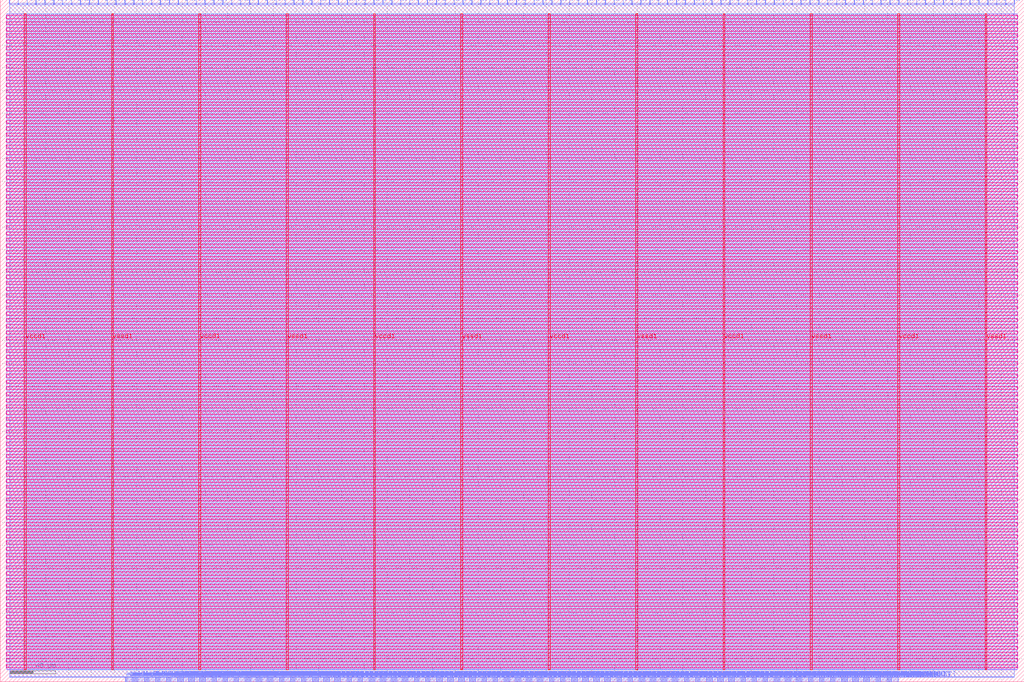
<source format=lef>
VERSION 5.7 ;
  NOWIREEXTENSIONATPIN ON ;
  DIVIDERCHAR "/" ;
  BUSBITCHARS "[]" ;
MACRO user_proj_example
  CLASS BLOCK ;
  FOREIGN user_proj_example ;
  ORIGIN 0.000 0.000 ;
  SIZE 900.000 BY 600.000 ;
  PIN io_in[0]
    DIRECTION INPUT ;
    USE SIGNAL ;
    PORT
      LAYER met2 ;
        RECT 7.910 596.000 8.190 600.000 ;
    END
  END io_in[0]
  PIN io_in[10]
    DIRECTION INPUT ;
    USE SIGNAL ;
    PORT
      LAYER met2 ;
        RECT 242.510 596.000 242.790 600.000 ;
    END
  END io_in[10]
  PIN io_in[11]
    DIRECTION INPUT ;
    USE SIGNAL ;
    PORT
      LAYER met2 ;
        RECT 265.970 596.000 266.250 600.000 ;
    END
  END io_in[11]
  PIN io_in[12]
    DIRECTION INPUT ;
    USE SIGNAL ;
    PORT
      LAYER met2 ;
        RECT 289.430 596.000 289.710 600.000 ;
    END
  END io_in[12]
  PIN io_in[13]
    DIRECTION INPUT ;
    USE SIGNAL ;
    PORT
      LAYER met2 ;
        RECT 312.890 596.000 313.170 600.000 ;
    END
  END io_in[13]
  PIN io_in[14]
    DIRECTION INPUT ;
    USE SIGNAL ;
    PORT
      LAYER met2 ;
        RECT 336.350 596.000 336.630 600.000 ;
    END
  END io_in[14]
  PIN io_in[15]
    DIRECTION INPUT ;
    USE SIGNAL ;
    PORT
      LAYER met2 ;
        RECT 359.810 596.000 360.090 600.000 ;
    END
  END io_in[15]
  PIN io_in[16]
    DIRECTION INPUT ;
    USE SIGNAL ;
    PORT
      LAYER met2 ;
        RECT 383.270 596.000 383.550 600.000 ;
    END
  END io_in[16]
  PIN io_in[17]
    DIRECTION INPUT ;
    USE SIGNAL ;
    PORT
      LAYER met2 ;
        RECT 406.730 596.000 407.010 600.000 ;
    END
  END io_in[17]
  PIN io_in[18]
    DIRECTION INPUT ;
    USE SIGNAL ;
    PORT
      LAYER met2 ;
        RECT 430.190 596.000 430.470 600.000 ;
    END
  END io_in[18]
  PIN io_in[19]
    DIRECTION INPUT ;
    USE SIGNAL ;
    PORT
      LAYER met2 ;
        RECT 453.650 596.000 453.930 600.000 ;
    END
  END io_in[19]
  PIN io_in[1]
    DIRECTION INPUT ;
    USE SIGNAL ;
    PORT
      LAYER met2 ;
        RECT 31.370 596.000 31.650 600.000 ;
    END
  END io_in[1]
  PIN io_in[20]
    DIRECTION INPUT ;
    USE SIGNAL ;
    PORT
      LAYER met2 ;
        RECT 477.110 596.000 477.390 600.000 ;
    END
  END io_in[20]
  PIN io_in[21]
    DIRECTION INPUT ;
    USE SIGNAL ;
    PORT
      LAYER met2 ;
        RECT 500.570 596.000 500.850 600.000 ;
    END
  END io_in[21]
  PIN io_in[22]
    DIRECTION INPUT ;
    USE SIGNAL ;
    PORT
      LAYER met2 ;
        RECT 524.030 596.000 524.310 600.000 ;
    END
  END io_in[22]
  PIN io_in[23]
    DIRECTION INPUT ;
    USE SIGNAL ;
    PORT
      LAYER met2 ;
        RECT 547.490 596.000 547.770 600.000 ;
    END
  END io_in[23]
  PIN io_in[24]
    DIRECTION INPUT ;
    USE SIGNAL ;
    PORT
      LAYER met2 ;
        RECT 570.950 596.000 571.230 600.000 ;
    END
  END io_in[24]
  PIN io_in[25]
    DIRECTION INPUT ;
    USE SIGNAL ;
    PORT
      LAYER met2 ;
        RECT 594.410 596.000 594.690 600.000 ;
    END
  END io_in[25]
  PIN io_in[26]
    DIRECTION INPUT ;
    USE SIGNAL ;
    PORT
      LAYER met2 ;
        RECT 617.870 596.000 618.150 600.000 ;
    END
  END io_in[26]
  PIN io_in[27]
    DIRECTION INPUT ;
    USE SIGNAL ;
    PORT
      LAYER met2 ;
        RECT 641.330 596.000 641.610 600.000 ;
    END
  END io_in[27]
  PIN io_in[28]
    DIRECTION INPUT ;
    USE SIGNAL ;
    PORT
      LAYER met2 ;
        RECT 664.790 596.000 665.070 600.000 ;
    END
  END io_in[28]
  PIN io_in[29]
    DIRECTION INPUT ;
    USE SIGNAL ;
    PORT
      LAYER met2 ;
        RECT 688.250 596.000 688.530 600.000 ;
    END
  END io_in[29]
  PIN io_in[2]
    DIRECTION INPUT ;
    USE SIGNAL ;
    PORT
      LAYER met2 ;
        RECT 54.830 596.000 55.110 600.000 ;
    END
  END io_in[2]
  PIN io_in[30]
    DIRECTION INPUT ;
    USE SIGNAL ;
    PORT
      LAYER met2 ;
        RECT 711.710 596.000 711.990 600.000 ;
    END
  END io_in[30]
  PIN io_in[31]
    DIRECTION INPUT ;
    USE SIGNAL ;
    PORT
      LAYER met2 ;
        RECT 735.170 596.000 735.450 600.000 ;
    END
  END io_in[31]
  PIN io_in[32]
    DIRECTION INPUT ;
    USE SIGNAL ;
    PORT
      LAYER met2 ;
        RECT 758.630 596.000 758.910 600.000 ;
    END
  END io_in[32]
  PIN io_in[33]
    DIRECTION INPUT ;
    USE SIGNAL ;
    PORT
      LAYER met2 ;
        RECT 782.090 596.000 782.370 600.000 ;
    END
  END io_in[33]
  PIN io_in[34]
    DIRECTION INPUT ;
    USE SIGNAL ;
    PORT
      LAYER met2 ;
        RECT 805.550 596.000 805.830 600.000 ;
    END
  END io_in[34]
  PIN io_in[35]
    DIRECTION INPUT ;
    USE SIGNAL ;
    PORT
      LAYER met2 ;
        RECT 829.010 596.000 829.290 600.000 ;
    END
  END io_in[35]
  PIN io_in[36]
    DIRECTION INPUT ;
    USE SIGNAL ;
    PORT
      LAYER met2 ;
        RECT 852.470 596.000 852.750 600.000 ;
    END
  END io_in[36]
  PIN io_in[37]
    DIRECTION INPUT ;
    USE SIGNAL ;
    PORT
      LAYER met2 ;
        RECT 875.930 596.000 876.210 600.000 ;
    END
  END io_in[37]
  PIN io_in[3]
    DIRECTION INPUT ;
    USE SIGNAL ;
    PORT
      LAYER met2 ;
        RECT 78.290 596.000 78.570 600.000 ;
    END
  END io_in[3]
  PIN io_in[4]
    DIRECTION INPUT ;
    USE SIGNAL ;
    PORT
      LAYER met2 ;
        RECT 101.750 596.000 102.030 600.000 ;
    END
  END io_in[4]
  PIN io_in[5]
    DIRECTION INPUT ;
    USE SIGNAL ;
    PORT
      LAYER met2 ;
        RECT 125.210 596.000 125.490 600.000 ;
    END
  END io_in[5]
  PIN io_in[6]
    DIRECTION INPUT ;
    USE SIGNAL ;
    PORT
      LAYER met2 ;
        RECT 148.670 596.000 148.950 600.000 ;
    END
  END io_in[6]
  PIN io_in[7]
    DIRECTION INPUT ;
    USE SIGNAL ;
    PORT
      LAYER met2 ;
        RECT 172.130 596.000 172.410 600.000 ;
    END
  END io_in[7]
  PIN io_in[8]
    DIRECTION INPUT ;
    USE SIGNAL ;
    PORT
      LAYER met2 ;
        RECT 195.590 596.000 195.870 600.000 ;
    END
  END io_in[8]
  PIN io_in[9]
    DIRECTION INPUT ;
    USE SIGNAL ;
    PORT
      LAYER met2 ;
        RECT 219.050 596.000 219.330 600.000 ;
    END
  END io_in[9]
  PIN io_oeb[0]
    DIRECTION OUTPUT TRISTATE ;
    USE SIGNAL ;
    PORT
      LAYER met2 ;
        RECT 15.730 596.000 16.010 600.000 ;
    END
  END io_oeb[0]
  PIN io_oeb[10]
    DIRECTION OUTPUT TRISTATE ;
    USE SIGNAL ;
    PORT
      LAYER met2 ;
        RECT 250.330 596.000 250.610 600.000 ;
    END
  END io_oeb[10]
  PIN io_oeb[11]
    DIRECTION OUTPUT TRISTATE ;
    USE SIGNAL ;
    PORT
      LAYER met2 ;
        RECT 273.790 596.000 274.070 600.000 ;
    END
  END io_oeb[11]
  PIN io_oeb[12]
    DIRECTION OUTPUT TRISTATE ;
    USE SIGNAL ;
    PORT
      LAYER met2 ;
        RECT 297.250 596.000 297.530 600.000 ;
    END
  END io_oeb[12]
  PIN io_oeb[13]
    DIRECTION OUTPUT TRISTATE ;
    USE SIGNAL ;
    PORT
      LAYER met2 ;
        RECT 320.710 596.000 320.990 600.000 ;
    END
  END io_oeb[13]
  PIN io_oeb[14]
    DIRECTION OUTPUT TRISTATE ;
    USE SIGNAL ;
    PORT
      LAYER met2 ;
        RECT 344.170 596.000 344.450 600.000 ;
    END
  END io_oeb[14]
  PIN io_oeb[15]
    DIRECTION OUTPUT TRISTATE ;
    USE SIGNAL ;
    PORT
      LAYER met2 ;
        RECT 367.630 596.000 367.910 600.000 ;
    END
  END io_oeb[15]
  PIN io_oeb[16]
    DIRECTION OUTPUT TRISTATE ;
    USE SIGNAL ;
    PORT
      LAYER met2 ;
        RECT 391.090 596.000 391.370 600.000 ;
    END
  END io_oeb[16]
  PIN io_oeb[17]
    DIRECTION OUTPUT TRISTATE ;
    USE SIGNAL ;
    PORT
      LAYER met2 ;
        RECT 414.550 596.000 414.830 600.000 ;
    END
  END io_oeb[17]
  PIN io_oeb[18]
    DIRECTION OUTPUT TRISTATE ;
    USE SIGNAL ;
    PORT
      LAYER met2 ;
        RECT 438.010 596.000 438.290 600.000 ;
    END
  END io_oeb[18]
  PIN io_oeb[19]
    DIRECTION OUTPUT TRISTATE ;
    USE SIGNAL ;
    PORT
      LAYER met2 ;
        RECT 461.470 596.000 461.750 600.000 ;
    END
  END io_oeb[19]
  PIN io_oeb[1]
    DIRECTION OUTPUT TRISTATE ;
    USE SIGNAL ;
    PORT
      LAYER met2 ;
        RECT 39.190 596.000 39.470 600.000 ;
    END
  END io_oeb[1]
  PIN io_oeb[20]
    DIRECTION OUTPUT TRISTATE ;
    USE SIGNAL ;
    PORT
      LAYER met2 ;
        RECT 484.930 596.000 485.210 600.000 ;
    END
  END io_oeb[20]
  PIN io_oeb[21]
    DIRECTION OUTPUT TRISTATE ;
    USE SIGNAL ;
    PORT
      LAYER met2 ;
        RECT 508.390 596.000 508.670 600.000 ;
    END
  END io_oeb[21]
  PIN io_oeb[22]
    DIRECTION OUTPUT TRISTATE ;
    USE SIGNAL ;
    PORT
      LAYER met2 ;
        RECT 531.850 596.000 532.130 600.000 ;
    END
  END io_oeb[22]
  PIN io_oeb[23]
    DIRECTION OUTPUT TRISTATE ;
    USE SIGNAL ;
    PORT
      LAYER met2 ;
        RECT 555.310 596.000 555.590 600.000 ;
    END
  END io_oeb[23]
  PIN io_oeb[24]
    DIRECTION OUTPUT TRISTATE ;
    USE SIGNAL ;
    PORT
      LAYER met2 ;
        RECT 578.770 596.000 579.050 600.000 ;
    END
  END io_oeb[24]
  PIN io_oeb[25]
    DIRECTION OUTPUT TRISTATE ;
    USE SIGNAL ;
    PORT
      LAYER met2 ;
        RECT 602.230 596.000 602.510 600.000 ;
    END
  END io_oeb[25]
  PIN io_oeb[26]
    DIRECTION OUTPUT TRISTATE ;
    USE SIGNAL ;
    PORT
      LAYER met2 ;
        RECT 625.690 596.000 625.970 600.000 ;
    END
  END io_oeb[26]
  PIN io_oeb[27]
    DIRECTION OUTPUT TRISTATE ;
    USE SIGNAL ;
    PORT
      LAYER met2 ;
        RECT 649.150 596.000 649.430 600.000 ;
    END
  END io_oeb[27]
  PIN io_oeb[28]
    DIRECTION OUTPUT TRISTATE ;
    USE SIGNAL ;
    PORT
      LAYER met2 ;
        RECT 672.610 596.000 672.890 600.000 ;
    END
  END io_oeb[28]
  PIN io_oeb[29]
    DIRECTION OUTPUT TRISTATE ;
    USE SIGNAL ;
    PORT
      LAYER met2 ;
        RECT 696.070 596.000 696.350 600.000 ;
    END
  END io_oeb[29]
  PIN io_oeb[2]
    DIRECTION OUTPUT TRISTATE ;
    USE SIGNAL ;
    PORT
      LAYER met2 ;
        RECT 62.650 596.000 62.930 600.000 ;
    END
  END io_oeb[2]
  PIN io_oeb[30]
    DIRECTION OUTPUT TRISTATE ;
    USE SIGNAL ;
    PORT
      LAYER met2 ;
        RECT 719.530 596.000 719.810 600.000 ;
    END
  END io_oeb[30]
  PIN io_oeb[31]
    DIRECTION OUTPUT TRISTATE ;
    USE SIGNAL ;
    PORT
      LAYER met2 ;
        RECT 742.990 596.000 743.270 600.000 ;
    END
  END io_oeb[31]
  PIN io_oeb[32]
    DIRECTION OUTPUT TRISTATE ;
    USE SIGNAL ;
    PORT
      LAYER met2 ;
        RECT 766.450 596.000 766.730 600.000 ;
    END
  END io_oeb[32]
  PIN io_oeb[33]
    DIRECTION OUTPUT TRISTATE ;
    USE SIGNAL ;
    PORT
      LAYER met2 ;
        RECT 789.910 596.000 790.190 600.000 ;
    END
  END io_oeb[33]
  PIN io_oeb[34]
    DIRECTION OUTPUT TRISTATE ;
    USE SIGNAL ;
    PORT
      LAYER met2 ;
        RECT 813.370 596.000 813.650 600.000 ;
    END
  END io_oeb[34]
  PIN io_oeb[35]
    DIRECTION OUTPUT TRISTATE ;
    USE SIGNAL ;
    PORT
      LAYER met2 ;
        RECT 836.830 596.000 837.110 600.000 ;
    END
  END io_oeb[35]
  PIN io_oeb[36]
    DIRECTION OUTPUT TRISTATE ;
    USE SIGNAL ;
    PORT
      LAYER met2 ;
        RECT 860.290 596.000 860.570 600.000 ;
    END
  END io_oeb[36]
  PIN io_oeb[37]
    DIRECTION OUTPUT TRISTATE ;
    USE SIGNAL ;
    PORT
      LAYER met2 ;
        RECT 883.750 596.000 884.030 600.000 ;
    END
  END io_oeb[37]
  PIN io_oeb[3]
    DIRECTION OUTPUT TRISTATE ;
    USE SIGNAL ;
    PORT
      LAYER met2 ;
        RECT 86.110 596.000 86.390 600.000 ;
    END
  END io_oeb[3]
  PIN io_oeb[4]
    DIRECTION OUTPUT TRISTATE ;
    USE SIGNAL ;
    PORT
      LAYER met2 ;
        RECT 109.570 596.000 109.850 600.000 ;
    END
  END io_oeb[4]
  PIN io_oeb[5]
    DIRECTION OUTPUT TRISTATE ;
    USE SIGNAL ;
    PORT
      LAYER met2 ;
        RECT 133.030 596.000 133.310 600.000 ;
    END
  END io_oeb[5]
  PIN io_oeb[6]
    DIRECTION OUTPUT TRISTATE ;
    USE SIGNAL ;
    PORT
      LAYER met2 ;
        RECT 156.490 596.000 156.770 600.000 ;
    END
  END io_oeb[6]
  PIN io_oeb[7]
    DIRECTION OUTPUT TRISTATE ;
    USE SIGNAL ;
    PORT
      LAYER met2 ;
        RECT 179.950 596.000 180.230 600.000 ;
    END
  END io_oeb[7]
  PIN io_oeb[8]
    DIRECTION OUTPUT TRISTATE ;
    USE SIGNAL ;
    PORT
      LAYER met2 ;
        RECT 203.410 596.000 203.690 600.000 ;
    END
  END io_oeb[8]
  PIN io_oeb[9]
    DIRECTION OUTPUT TRISTATE ;
    USE SIGNAL ;
    PORT
      LAYER met2 ;
        RECT 226.870 596.000 227.150 600.000 ;
    END
  END io_oeb[9]
  PIN io_out[0]
    DIRECTION OUTPUT TRISTATE ;
    USE SIGNAL ;
    PORT
      LAYER met2 ;
        RECT 23.550 596.000 23.830 600.000 ;
    END
  END io_out[0]
  PIN io_out[10]
    DIRECTION OUTPUT TRISTATE ;
    USE SIGNAL ;
    PORT
      LAYER met2 ;
        RECT 258.150 596.000 258.430 600.000 ;
    END
  END io_out[10]
  PIN io_out[11]
    DIRECTION OUTPUT TRISTATE ;
    USE SIGNAL ;
    PORT
      LAYER met2 ;
        RECT 281.610 596.000 281.890 600.000 ;
    END
  END io_out[11]
  PIN io_out[12]
    DIRECTION OUTPUT TRISTATE ;
    USE SIGNAL ;
    PORT
      LAYER met2 ;
        RECT 305.070 596.000 305.350 600.000 ;
    END
  END io_out[12]
  PIN io_out[13]
    DIRECTION OUTPUT TRISTATE ;
    USE SIGNAL ;
    PORT
      LAYER met2 ;
        RECT 328.530 596.000 328.810 600.000 ;
    END
  END io_out[13]
  PIN io_out[14]
    DIRECTION OUTPUT TRISTATE ;
    USE SIGNAL ;
    PORT
      LAYER met2 ;
        RECT 351.990 596.000 352.270 600.000 ;
    END
  END io_out[14]
  PIN io_out[15]
    DIRECTION OUTPUT TRISTATE ;
    USE SIGNAL ;
    PORT
      LAYER met2 ;
        RECT 375.450 596.000 375.730 600.000 ;
    END
  END io_out[15]
  PIN io_out[16]
    DIRECTION OUTPUT TRISTATE ;
    USE SIGNAL ;
    PORT
      LAYER met2 ;
        RECT 398.910 596.000 399.190 600.000 ;
    END
  END io_out[16]
  PIN io_out[17]
    DIRECTION OUTPUT TRISTATE ;
    USE SIGNAL ;
    PORT
      LAYER met2 ;
        RECT 422.370 596.000 422.650 600.000 ;
    END
  END io_out[17]
  PIN io_out[18]
    DIRECTION OUTPUT TRISTATE ;
    USE SIGNAL ;
    PORT
      LAYER met2 ;
        RECT 445.830 596.000 446.110 600.000 ;
    END
  END io_out[18]
  PIN io_out[19]
    DIRECTION OUTPUT TRISTATE ;
    USE SIGNAL ;
    PORT
      LAYER met2 ;
        RECT 469.290 596.000 469.570 600.000 ;
    END
  END io_out[19]
  PIN io_out[1]
    DIRECTION OUTPUT TRISTATE ;
    USE SIGNAL ;
    PORT
      LAYER met2 ;
        RECT 47.010 596.000 47.290 600.000 ;
    END
  END io_out[1]
  PIN io_out[20]
    DIRECTION OUTPUT TRISTATE ;
    USE SIGNAL ;
    PORT
      LAYER met2 ;
        RECT 492.750 596.000 493.030 600.000 ;
    END
  END io_out[20]
  PIN io_out[21]
    DIRECTION OUTPUT TRISTATE ;
    USE SIGNAL ;
    PORT
      LAYER met2 ;
        RECT 516.210 596.000 516.490 600.000 ;
    END
  END io_out[21]
  PIN io_out[22]
    DIRECTION OUTPUT TRISTATE ;
    USE SIGNAL ;
    PORT
      LAYER met2 ;
        RECT 539.670 596.000 539.950 600.000 ;
    END
  END io_out[22]
  PIN io_out[23]
    DIRECTION OUTPUT TRISTATE ;
    USE SIGNAL ;
    PORT
      LAYER met2 ;
        RECT 563.130 596.000 563.410 600.000 ;
    END
  END io_out[23]
  PIN io_out[24]
    DIRECTION OUTPUT TRISTATE ;
    USE SIGNAL ;
    PORT
      LAYER met2 ;
        RECT 586.590 596.000 586.870 600.000 ;
    END
  END io_out[24]
  PIN io_out[25]
    DIRECTION OUTPUT TRISTATE ;
    USE SIGNAL ;
    PORT
      LAYER met2 ;
        RECT 610.050 596.000 610.330 600.000 ;
    END
  END io_out[25]
  PIN io_out[26]
    DIRECTION OUTPUT TRISTATE ;
    USE SIGNAL ;
    PORT
      LAYER met2 ;
        RECT 633.510 596.000 633.790 600.000 ;
    END
  END io_out[26]
  PIN io_out[27]
    DIRECTION OUTPUT TRISTATE ;
    USE SIGNAL ;
    PORT
      LAYER met2 ;
        RECT 656.970 596.000 657.250 600.000 ;
    END
  END io_out[27]
  PIN io_out[28]
    DIRECTION OUTPUT TRISTATE ;
    USE SIGNAL ;
    PORT
      LAYER met2 ;
        RECT 680.430 596.000 680.710 600.000 ;
    END
  END io_out[28]
  PIN io_out[29]
    DIRECTION OUTPUT TRISTATE ;
    USE SIGNAL ;
    PORT
      LAYER met2 ;
        RECT 703.890 596.000 704.170 600.000 ;
    END
  END io_out[29]
  PIN io_out[2]
    DIRECTION OUTPUT TRISTATE ;
    USE SIGNAL ;
    PORT
      LAYER met2 ;
        RECT 70.470 596.000 70.750 600.000 ;
    END
  END io_out[2]
  PIN io_out[30]
    DIRECTION OUTPUT TRISTATE ;
    USE SIGNAL ;
    PORT
      LAYER met2 ;
        RECT 727.350 596.000 727.630 600.000 ;
    END
  END io_out[30]
  PIN io_out[31]
    DIRECTION OUTPUT TRISTATE ;
    USE SIGNAL ;
    PORT
      LAYER met2 ;
        RECT 750.810 596.000 751.090 600.000 ;
    END
  END io_out[31]
  PIN io_out[32]
    DIRECTION OUTPUT TRISTATE ;
    USE SIGNAL ;
    PORT
      LAYER met2 ;
        RECT 774.270 596.000 774.550 600.000 ;
    END
  END io_out[32]
  PIN io_out[33]
    DIRECTION OUTPUT TRISTATE ;
    USE SIGNAL ;
    PORT
      LAYER met2 ;
        RECT 797.730 596.000 798.010 600.000 ;
    END
  END io_out[33]
  PIN io_out[34]
    DIRECTION OUTPUT TRISTATE ;
    USE SIGNAL ;
    PORT
      LAYER met2 ;
        RECT 821.190 596.000 821.470 600.000 ;
    END
  END io_out[34]
  PIN io_out[35]
    DIRECTION OUTPUT TRISTATE ;
    USE SIGNAL ;
    PORT
      LAYER met2 ;
        RECT 844.650 596.000 844.930 600.000 ;
    END
  END io_out[35]
  PIN io_out[36]
    DIRECTION OUTPUT TRISTATE ;
    USE SIGNAL ;
    PORT
      LAYER met2 ;
        RECT 868.110 596.000 868.390 600.000 ;
    END
  END io_out[36]
  PIN io_out[37]
    DIRECTION OUTPUT TRISTATE ;
    USE SIGNAL ;
    PORT
      LAYER met2 ;
        RECT 891.570 596.000 891.850 600.000 ;
    END
  END io_out[37]
  PIN io_out[3]
    DIRECTION OUTPUT TRISTATE ;
    USE SIGNAL ;
    PORT
      LAYER met2 ;
        RECT 93.930 596.000 94.210 600.000 ;
    END
  END io_out[3]
  PIN io_out[4]
    DIRECTION OUTPUT TRISTATE ;
    USE SIGNAL ;
    PORT
      LAYER met2 ;
        RECT 117.390 596.000 117.670 600.000 ;
    END
  END io_out[4]
  PIN io_out[5]
    DIRECTION OUTPUT TRISTATE ;
    USE SIGNAL ;
    PORT
      LAYER met2 ;
        RECT 140.850 596.000 141.130 600.000 ;
    END
  END io_out[5]
  PIN io_out[6]
    DIRECTION OUTPUT TRISTATE ;
    USE SIGNAL ;
    PORT
      LAYER met2 ;
        RECT 164.310 596.000 164.590 600.000 ;
    END
  END io_out[6]
  PIN io_out[7]
    DIRECTION OUTPUT TRISTATE ;
    USE SIGNAL ;
    PORT
      LAYER met2 ;
        RECT 187.770 596.000 188.050 600.000 ;
    END
  END io_out[7]
  PIN io_out[8]
    DIRECTION OUTPUT TRISTATE ;
    USE SIGNAL ;
    PORT
      LAYER met2 ;
        RECT 211.230 596.000 211.510 600.000 ;
    END
  END io_out[8]
  PIN io_out[9]
    DIRECTION OUTPUT TRISTATE ;
    USE SIGNAL ;
    PORT
      LAYER met2 ;
        RECT 234.690 596.000 234.970 600.000 ;
    END
  END io_out[9]
  PIN irq[0]
    DIRECTION OUTPUT TRISTATE ;
    USE SIGNAL ;
    PORT
      LAYER met2 ;
        RECT 786.230 0.000 786.510 4.000 ;
    END
  END irq[0]
  PIN irq[1]
    DIRECTION OUTPUT TRISTATE ;
    USE SIGNAL ;
    PORT
      LAYER met2 ;
        RECT 787.610 0.000 787.890 4.000 ;
    END
  END irq[1]
  PIN irq[2]
    DIRECTION OUTPUT TRISTATE ;
    USE SIGNAL ;
    PORT
      LAYER met2 ;
        RECT 788.990 0.000 789.270 4.000 ;
    END
  END irq[2]
  PIN la_data_in[0]
    DIRECTION INPUT ;
    USE SIGNAL ;
    PORT
      LAYER met2 ;
        RECT 256.310 0.000 256.590 4.000 ;
    END
  END la_data_in[0]
  PIN la_data_in[100]
    DIRECTION INPUT ;
    USE SIGNAL ;
    PORT
      LAYER met2 ;
        RECT 670.310 0.000 670.590 4.000 ;
    END
  END la_data_in[100]
  PIN la_data_in[101]
    DIRECTION INPUT ;
    USE SIGNAL ;
    PORT
      LAYER met2 ;
        RECT 674.450 0.000 674.730 4.000 ;
    END
  END la_data_in[101]
  PIN la_data_in[102]
    DIRECTION INPUT ;
    USE SIGNAL ;
    PORT
      LAYER met2 ;
        RECT 678.590 0.000 678.870 4.000 ;
    END
  END la_data_in[102]
  PIN la_data_in[103]
    DIRECTION INPUT ;
    USE SIGNAL ;
    PORT
      LAYER met2 ;
        RECT 682.730 0.000 683.010 4.000 ;
    END
  END la_data_in[103]
  PIN la_data_in[104]
    DIRECTION INPUT ;
    USE SIGNAL ;
    PORT
      LAYER met2 ;
        RECT 686.870 0.000 687.150 4.000 ;
    END
  END la_data_in[104]
  PIN la_data_in[105]
    DIRECTION INPUT ;
    USE SIGNAL ;
    PORT
      LAYER met2 ;
        RECT 691.010 0.000 691.290 4.000 ;
    END
  END la_data_in[105]
  PIN la_data_in[106]
    DIRECTION INPUT ;
    USE SIGNAL ;
    PORT
      LAYER met2 ;
        RECT 695.150 0.000 695.430 4.000 ;
    END
  END la_data_in[106]
  PIN la_data_in[107]
    DIRECTION INPUT ;
    USE SIGNAL ;
    PORT
      LAYER met2 ;
        RECT 699.290 0.000 699.570 4.000 ;
    END
  END la_data_in[107]
  PIN la_data_in[108]
    DIRECTION INPUT ;
    USE SIGNAL ;
    PORT
      LAYER met2 ;
        RECT 703.430 0.000 703.710 4.000 ;
    END
  END la_data_in[108]
  PIN la_data_in[109]
    DIRECTION INPUT ;
    USE SIGNAL ;
    PORT
      LAYER met2 ;
        RECT 707.570 0.000 707.850 4.000 ;
    END
  END la_data_in[109]
  PIN la_data_in[10]
    DIRECTION INPUT ;
    USE SIGNAL ;
    PORT
      LAYER met2 ;
        RECT 297.710 0.000 297.990 4.000 ;
    END
  END la_data_in[10]
  PIN la_data_in[110]
    DIRECTION INPUT ;
    USE SIGNAL ;
    PORT
      LAYER met2 ;
        RECT 711.710 0.000 711.990 4.000 ;
    END
  END la_data_in[110]
  PIN la_data_in[111]
    DIRECTION INPUT ;
    USE SIGNAL ;
    PORT
      LAYER met2 ;
        RECT 715.850 0.000 716.130 4.000 ;
    END
  END la_data_in[111]
  PIN la_data_in[112]
    DIRECTION INPUT ;
    USE SIGNAL ;
    PORT
      LAYER met2 ;
        RECT 719.990 0.000 720.270 4.000 ;
    END
  END la_data_in[112]
  PIN la_data_in[113]
    DIRECTION INPUT ;
    USE SIGNAL ;
    PORT
      LAYER met2 ;
        RECT 724.130 0.000 724.410 4.000 ;
    END
  END la_data_in[113]
  PIN la_data_in[114]
    DIRECTION INPUT ;
    USE SIGNAL ;
    PORT
      LAYER met2 ;
        RECT 728.270 0.000 728.550 4.000 ;
    END
  END la_data_in[114]
  PIN la_data_in[115]
    DIRECTION INPUT ;
    USE SIGNAL ;
    PORT
      LAYER met2 ;
        RECT 732.410 0.000 732.690 4.000 ;
    END
  END la_data_in[115]
  PIN la_data_in[116]
    DIRECTION INPUT ;
    USE SIGNAL ;
    PORT
      LAYER met2 ;
        RECT 736.550 0.000 736.830 4.000 ;
    END
  END la_data_in[116]
  PIN la_data_in[117]
    DIRECTION INPUT ;
    USE SIGNAL ;
    PORT
      LAYER met2 ;
        RECT 740.690 0.000 740.970 4.000 ;
    END
  END la_data_in[117]
  PIN la_data_in[118]
    DIRECTION INPUT ;
    USE SIGNAL ;
    PORT
      LAYER met2 ;
        RECT 744.830 0.000 745.110 4.000 ;
    END
  END la_data_in[118]
  PIN la_data_in[119]
    DIRECTION INPUT ;
    USE SIGNAL ;
    PORT
      LAYER met2 ;
        RECT 748.970 0.000 749.250 4.000 ;
    END
  END la_data_in[119]
  PIN la_data_in[11]
    DIRECTION INPUT ;
    USE SIGNAL ;
    PORT
      LAYER met2 ;
        RECT 301.850 0.000 302.130 4.000 ;
    END
  END la_data_in[11]
  PIN la_data_in[120]
    DIRECTION INPUT ;
    USE SIGNAL ;
    PORT
      LAYER met2 ;
        RECT 753.110 0.000 753.390 4.000 ;
    END
  END la_data_in[120]
  PIN la_data_in[121]
    DIRECTION INPUT ;
    USE SIGNAL ;
    PORT
      LAYER met2 ;
        RECT 757.250 0.000 757.530 4.000 ;
    END
  END la_data_in[121]
  PIN la_data_in[122]
    DIRECTION INPUT ;
    USE SIGNAL ;
    PORT
      LAYER met2 ;
        RECT 761.390 0.000 761.670 4.000 ;
    END
  END la_data_in[122]
  PIN la_data_in[123]
    DIRECTION INPUT ;
    USE SIGNAL ;
    PORT
      LAYER met2 ;
        RECT 765.530 0.000 765.810 4.000 ;
    END
  END la_data_in[123]
  PIN la_data_in[124]
    DIRECTION INPUT ;
    USE SIGNAL ;
    PORT
      LAYER met2 ;
        RECT 769.670 0.000 769.950 4.000 ;
    END
  END la_data_in[124]
  PIN la_data_in[125]
    DIRECTION INPUT ;
    USE SIGNAL ;
    PORT
      LAYER met2 ;
        RECT 773.810 0.000 774.090 4.000 ;
    END
  END la_data_in[125]
  PIN la_data_in[126]
    DIRECTION INPUT ;
    USE SIGNAL ;
    PORT
      LAYER met2 ;
        RECT 777.950 0.000 778.230 4.000 ;
    END
  END la_data_in[126]
  PIN la_data_in[127]
    DIRECTION INPUT ;
    USE SIGNAL ;
    PORT
      LAYER met2 ;
        RECT 782.090 0.000 782.370 4.000 ;
    END
  END la_data_in[127]
  PIN la_data_in[12]
    DIRECTION INPUT ;
    USE SIGNAL ;
    PORT
      LAYER met2 ;
        RECT 305.990 0.000 306.270 4.000 ;
    END
  END la_data_in[12]
  PIN la_data_in[13]
    DIRECTION INPUT ;
    USE SIGNAL ;
    PORT
      LAYER met2 ;
        RECT 310.130 0.000 310.410 4.000 ;
    END
  END la_data_in[13]
  PIN la_data_in[14]
    DIRECTION INPUT ;
    USE SIGNAL ;
    PORT
      LAYER met2 ;
        RECT 314.270 0.000 314.550 4.000 ;
    END
  END la_data_in[14]
  PIN la_data_in[15]
    DIRECTION INPUT ;
    USE SIGNAL ;
    PORT
      LAYER met2 ;
        RECT 318.410 0.000 318.690 4.000 ;
    END
  END la_data_in[15]
  PIN la_data_in[16]
    DIRECTION INPUT ;
    USE SIGNAL ;
    PORT
      LAYER met2 ;
        RECT 322.550 0.000 322.830 4.000 ;
    END
  END la_data_in[16]
  PIN la_data_in[17]
    DIRECTION INPUT ;
    USE SIGNAL ;
    PORT
      LAYER met2 ;
        RECT 326.690 0.000 326.970 4.000 ;
    END
  END la_data_in[17]
  PIN la_data_in[18]
    DIRECTION INPUT ;
    USE SIGNAL ;
    PORT
      LAYER met2 ;
        RECT 330.830 0.000 331.110 4.000 ;
    END
  END la_data_in[18]
  PIN la_data_in[19]
    DIRECTION INPUT ;
    USE SIGNAL ;
    PORT
      LAYER met2 ;
        RECT 334.970 0.000 335.250 4.000 ;
    END
  END la_data_in[19]
  PIN la_data_in[1]
    DIRECTION INPUT ;
    USE SIGNAL ;
    PORT
      LAYER met2 ;
        RECT 260.450 0.000 260.730 4.000 ;
    END
  END la_data_in[1]
  PIN la_data_in[20]
    DIRECTION INPUT ;
    USE SIGNAL ;
    PORT
      LAYER met2 ;
        RECT 339.110 0.000 339.390 4.000 ;
    END
  END la_data_in[20]
  PIN la_data_in[21]
    DIRECTION INPUT ;
    USE SIGNAL ;
    PORT
      LAYER met2 ;
        RECT 343.250 0.000 343.530 4.000 ;
    END
  END la_data_in[21]
  PIN la_data_in[22]
    DIRECTION INPUT ;
    USE SIGNAL ;
    PORT
      LAYER met2 ;
        RECT 347.390 0.000 347.670 4.000 ;
    END
  END la_data_in[22]
  PIN la_data_in[23]
    DIRECTION INPUT ;
    USE SIGNAL ;
    PORT
      LAYER met2 ;
        RECT 351.530 0.000 351.810 4.000 ;
    END
  END la_data_in[23]
  PIN la_data_in[24]
    DIRECTION INPUT ;
    USE SIGNAL ;
    PORT
      LAYER met2 ;
        RECT 355.670 0.000 355.950 4.000 ;
    END
  END la_data_in[24]
  PIN la_data_in[25]
    DIRECTION INPUT ;
    USE SIGNAL ;
    PORT
      LAYER met2 ;
        RECT 359.810 0.000 360.090 4.000 ;
    END
  END la_data_in[25]
  PIN la_data_in[26]
    DIRECTION INPUT ;
    USE SIGNAL ;
    PORT
      LAYER met2 ;
        RECT 363.950 0.000 364.230 4.000 ;
    END
  END la_data_in[26]
  PIN la_data_in[27]
    DIRECTION INPUT ;
    USE SIGNAL ;
    PORT
      LAYER met2 ;
        RECT 368.090 0.000 368.370 4.000 ;
    END
  END la_data_in[27]
  PIN la_data_in[28]
    DIRECTION INPUT ;
    USE SIGNAL ;
    PORT
      LAYER met2 ;
        RECT 372.230 0.000 372.510 4.000 ;
    END
  END la_data_in[28]
  PIN la_data_in[29]
    DIRECTION INPUT ;
    USE SIGNAL ;
    PORT
      LAYER met2 ;
        RECT 376.370 0.000 376.650 4.000 ;
    END
  END la_data_in[29]
  PIN la_data_in[2]
    DIRECTION INPUT ;
    USE SIGNAL ;
    PORT
      LAYER met2 ;
        RECT 264.590 0.000 264.870 4.000 ;
    END
  END la_data_in[2]
  PIN la_data_in[30]
    DIRECTION INPUT ;
    USE SIGNAL ;
    PORT
      LAYER met2 ;
        RECT 380.510 0.000 380.790 4.000 ;
    END
  END la_data_in[30]
  PIN la_data_in[31]
    DIRECTION INPUT ;
    USE SIGNAL ;
    PORT
      LAYER met2 ;
        RECT 384.650 0.000 384.930 4.000 ;
    END
  END la_data_in[31]
  PIN la_data_in[32]
    DIRECTION INPUT ;
    USE SIGNAL ;
    PORT
      LAYER met2 ;
        RECT 388.790 0.000 389.070 4.000 ;
    END
  END la_data_in[32]
  PIN la_data_in[33]
    DIRECTION INPUT ;
    USE SIGNAL ;
    PORT
      LAYER met2 ;
        RECT 392.930 0.000 393.210 4.000 ;
    END
  END la_data_in[33]
  PIN la_data_in[34]
    DIRECTION INPUT ;
    USE SIGNAL ;
    PORT
      LAYER met2 ;
        RECT 397.070 0.000 397.350 4.000 ;
    END
  END la_data_in[34]
  PIN la_data_in[35]
    DIRECTION INPUT ;
    USE SIGNAL ;
    PORT
      LAYER met2 ;
        RECT 401.210 0.000 401.490 4.000 ;
    END
  END la_data_in[35]
  PIN la_data_in[36]
    DIRECTION INPUT ;
    USE SIGNAL ;
    PORT
      LAYER met2 ;
        RECT 405.350 0.000 405.630 4.000 ;
    END
  END la_data_in[36]
  PIN la_data_in[37]
    DIRECTION INPUT ;
    USE SIGNAL ;
    PORT
      LAYER met2 ;
        RECT 409.490 0.000 409.770 4.000 ;
    END
  END la_data_in[37]
  PIN la_data_in[38]
    DIRECTION INPUT ;
    USE SIGNAL ;
    PORT
      LAYER met2 ;
        RECT 413.630 0.000 413.910 4.000 ;
    END
  END la_data_in[38]
  PIN la_data_in[39]
    DIRECTION INPUT ;
    USE SIGNAL ;
    PORT
      LAYER met2 ;
        RECT 417.770 0.000 418.050 4.000 ;
    END
  END la_data_in[39]
  PIN la_data_in[3]
    DIRECTION INPUT ;
    USE SIGNAL ;
    PORT
      LAYER met2 ;
        RECT 268.730 0.000 269.010 4.000 ;
    END
  END la_data_in[3]
  PIN la_data_in[40]
    DIRECTION INPUT ;
    USE SIGNAL ;
    PORT
      LAYER met2 ;
        RECT 421.910 0.000 422.190 4.000 ;
    END
  END la_data_in[40]
  PIN la_data_in[41]
    DIRECTION INPUT ;
    USE SIGNAL ;
    PORT
      LAYER met2 ;
        RECT 426.050 0.000 426.330 4.000 ;
    END
  END la_data_in[41]
  PIN la_data_in[42]
    DIRECTION INPUT ;
    USE SIGNAL ;
    PORT
      LAYER met2 ;
        RECT 430.190 0.000 430.470 4.000 ;
    END
  END la_data_in[42]
  PIN la_data_in[43]
    DIRECTION INPUT ;
    USE SIGNAL ;
    PORT
      LAYER met2 ;
        RECT 434.330 0.000 434.610 4.000 ;
    END
  END la_data_in[43]
  PIN la_data_in[44]
    DIRECTION INPUT ;
    USE SIGNAL ;
    PORT
      LAYER met2 ;
        RECT 438.470 0.000 438.750 4.000 ;
    END
  END la_data_in[44]
  PIN la_data_in[45]
    DIRECTION INPUT ;
    USE SIGNAL ;
    PORT
      LAYER met2 ;
        RECT 442.610 0.000 442.890 4.000 ;
    END
  END la_data_in[45]
  PIN la_data_in[46]
    DIRECTION INPUT ;
    USE SIGNAL ;
    PORT
      LAYER met2 ;
        RECT 446.750 0.000 447.030 4.000 ;
    END
  END la_data_in[46]
  PIN la_data_in[47]
    DIRECTION INPUT ;
    USE SIGNAL ;
    PORT
      LAYER met2 ;
        RECT 450.890 0.000 451.170 4.000 ;
    END
  END la_data_in[47]
  PIN la_data_in[48]
    DIRECTION INPUT ;
    USE SIGNAL ;
    PORT
      LAYER met2 ;
        RECT 455.030 0.000 455.310 4.000 ;
    END
  END la_data_in[48]
  PIN la_data_in[49]
    DIRECTION INPUT ;
    USE SIGNAL ;
    PORT
      LAYER met2 ;
        RECT 459.170 0.000 459.450 4.000 ;
    END
  END la_data_in[49]
  PIN la_data_in[4]
    DIRECTION INPUT ;
    USE SIGNAL ;
    PORT
      LAYER met2 ;
        RECT 272.870 0.000 273.150 4.000 ;
    END
  END la_data_in[4]
  PIN la_data_in[50]
    DIRECTION INPUT ;
    USE SIGNAL ;
    PORT
      LAYER met2 ;
        RECT 463.310 0.000 463.590 4.000 ;
    END
  END la_data_in[50]
  PIN la_data_in[51]
    DIRECTION INPUT ;
    USE SIGNAL ;
    PORT
      LAYER met2 ;
        RECT 467.450 0.000 467.730 4.000 ;
    END
  END la_data_in[51]
  PIN la_data_in[52]
    DIRECTION INPUT ;
    USE SIGNAL ;
    PORT
      LAYER met2 ;
        RECT 471.590 0.000 471.870 4.000 ;
    END
  END la_data_in[52]
  PIN la_data_in[53]
    DIRECTION INPUT ;
    USE SIGNAL ;
    PORT
      LAYER met2 ;
        RECT 475.730 0.000 476.010 4.000 ;
    END
  END la_data_in[53]
  PIN la_data_in[54]
    DIRECTION INPUT ;
    USE SIGNAL ;
    PORT
      LAYER met2 ;
        RECT 479.870 0.000 480.150 4.000 ;
    END
  END la_data_in[54]
  PIN la_data_in[55]
    DIRECTION INPUT ;
    USE SIGNAL ;
    PORT
      LAYER met2 ;
        RECT 484.010 0.000 484.290 4.000 ;
    END
  END la_data_in[55]
  PIN la_data_in[56]
    DIRECTION INPUT ;
    USE SIGNAL ;
    PORT
      LAYER met2 ;
        RECT 488.150 0.000 488.430 4.000 ;
    END
  END la_data_in[56]
  PIN la_data_in[57]
    DIRECTION INPUT ;
    USE SIGNAL ;
    PORT
      LAYER met2 ;
        RECT 492.290 0.000 492.570 4.000 ;
    END
  END la_data_in[57]
  PIN la_data_in[58]
    DIRECTION INPUT ;
    USE SIGNAL ;
    PORT
      LAYER met2 ;
        RECT 496.430 0.000 496.710 4.000 ;
    END
  END la_data_in[58]
  PIN la_data_in[59]
    DIRECTION INPUT ;
    USE SIGNAL ;
    PORT
      LAYER met2 ;
        RECT 500.570 0.000 500.850 4.000 ;
    END
  END la_data_in[59]
  PIN la_data_in[5]
    DIRECTION INPUT ;
    USE SIGNAL ;
    PORT
      LAYER met2 ;
        RECT 277.010 0.000 277.290 4.000 ;
    END
  END la_data_in[5]
  PIN la_data_in[60]
    DIRECTION INPUT ;
    USE SIGNAL ;
    PORT
      LAYER met2 ;
        RECT 504.710 0.000 504.990 4.000 ;
    END
  END la_data_in[60]
  PIN la_data_in[61]
    DIRECTION INPUT ;
    USE SIGNAL ;
    PORT
      LAYER met2 ;
        RECT 508.850 0.000 509.130 4.000 ;
    END
  END la_data_in[61]
  PIN la_data_in[62]
    DIRECTION INPUT ;
    USE SIGNAL ;
    PORT
      LAYER met2 ;
        RECT 512.990 0.000 513.270 4.000 ;
    END
  END la_data_in[62]
  PIN la_data_in[63]
    DIRECTION INPUT ;
    USE SIGNAL ;
    PORT
      LAYER met2 ;
        RECT 517.130 0.000 517.410 4.000 ;
    END
  END la_data_in[63]
  PIN la_data_in[64]
    DIRECTION INPUT ;
    USE SIGNAL ;
    PORT
      LAYER met2 ;
        RECT 521.270 0.000 521.550 4.000 ;
    END
  END la_data_in[64]
  PIN la_data_in[65]
    DIRECTION INPUT ;
    USE SIGNAL ;
    PORT
      LAYER met2 ;
        RECT 525.410 0.000 525.690 4.000 ;
    END
  END la_data_in[65]
  PIN la_data_in[66]
    DIRECTION INPUT ;
    USE SIGNAL ;
    PORT
      LAYER met2 ;
        RECT 529.550 0.000 529.830 4.000 ;
    END
  END la_data_in[66]
  PIN la_data_in[67]
    DIRECTION INPUT ;
    USE SIGNAL ;
    PORT
      LAYER met2 ;
        RECT 533.690 0.000 533.970 4.000 ;
    END
  END la_data_in[67]
  PIN la_data_in[68]
    DIRECTION INPUT ;
    USE SIGNAL ;
    PORT
      LAYER met2 ;
        RECT 537.830 0.000 538.110 4.000 ;
    END
  END la_data_in[68]
  PIN la_data_in[69]
    DIRECTION INPUT ;
    USE SIGNAL ;
    PORT
      LAYER met2 ;
        RECT 541.970 0.000 542.250 4.000 ;
    END
  END la_data_in[69]
  PIN la_data_in[6]
    DIRECTION INPUT ;
    USE SIGNAL ;
    PORT
      LAYER met2 ;
        RECT 281.150 0.000 281.430 4.000 ;
    END
  END la_data_in[6]
  PIN la_data_in[70]
    DIRECTION INPUT ;
    USE SIGNAL ;
    PORT
      LAYER met2 ;
        RECT 546.110 0.000 546.390 4.000 ;
    END
  END la_data_in[70]
  PIN la_data_in[71]
    DIRECTION INPUT ;
    USE SIGNAL ;
    PORT
      LAYER met2 ;
        RECT 550.250 0.000 550.530 4.000 ;
    END
  END la_data_in[71]
  PIN la_data_in[72]
    DIRECTION INPUT ;
    USE SIGNAL ;
    PORT
      LAYER met2 ;
        RECT 554.390 0.000 554.670 4.000 ;
    END
  END la_data_in[72]
  PIN la_data_in[73]
    DIRECTION INPUT ;
    USE SIGNAL ;
    PORT
      LAYER met2 ;
        RECT 558.530 0.000 558.810 4.000 ;
    END
  END la_data_in[73]
  PIN la_data_in[74]
    DIRECTION INPUT ;
    USE SIGNAL ;
    PORT
      LAYER met2 ;
        RECT 562.670 0.000 562.950 4.000 ;
    END
  END la_data_in[74]
  PIN la_data_in[75]
    DIRECTION INPUT ;
    USE SIGNAL ;
    PORT
      LAYER met2 ;
        RECT 566.810 0.000 567.090 4.000 ;
    END
  END la_data_in[75]
  PIN la_data_in[76]
    DIRECTION INPUT ;
    USE SIGNAL ;
    PORT
      LAYER met2 ;
        RECT 570.950 0.000 571.230 4.000 ;
    END
  END la_data_in[76]
  PIN la_data_in[77]
    DIRECTION INPUT ;
    USE SIGNAL ;
    PORT
      LAYER met2 ;
        RECT 575.090 0.000 575.370 4.000 ;
    END
  END la_data_in[77]
  PIN la_data_in[78]
    DIRECTION INPUT ;
    USE SIGNAL ;
    PORT
      LAYER met2 ;
        RECT 579.230 0.000 579.510 4.000 ;
    END
  END la_data_in[78]
  PIN la_data_in[79]
    DIRECTION INPUT ;
    USE SIGNAL ;
    PORT
      LAYER met2 ;
        RECT 583.370 0.000 583.650 4.000 ;
    END
  END la_data_in[79]
  PIN la_data_in[7]
    DIRECTION INPUT ;
    USE SIGNAL ;
    PORT
      LAYER met2 ;
        RECT 285.290 0.000 285.570 4.000 ;
    END
  END la_data_in[7]
  PIN la_data_in[80]
    DIRECTION INPUT ;
    USE SIGNAL ;
    PORT
      LAYER met2 ;
        RECT 587.510 0.000 587.790 4.000 ;
    END
  END la_data_in[80]
  PIN la_data_in[81]
    DIRECTION INPUT ;
    USE SIGNAL ;
    PORT
      LAYER met2 ;
        RECT 591.650 0.000 591.930 4.000 ;
    END
  END la_data_in[81]
  PIN la_data_in[82]
    DIRECTION INPUT ;
    USE SIGNAL ;
    PORT
      LAYER met2 ;
        RECT 595.790 0.000 596.070 4.000 ;
    END
  END la_data_in[82]
  PIN la_data_in[83]
    DIRECTION INPUT ;
    USE SIGNAL ;
    PORT
      LAYER met2 ;
        RECT 599.930 0.000 600.210 4.000 ;
    END
  END la_data_in[83]
  PIN la_data_in[84]
    DIRECTION INPUT ;
    USE SIGNAL ;
    PORT
      LAYER met2 ;
        RECT 604.070 0.000 604.350 4.000 ;
    END
  END la_data_in[84]
  PIN la_data_in[85]
    DIRECTION INPUT ;
    USE SIGNAL ;
    PORT
      LAYER met2 ;
        RECT 608.210 0.000 608.490 4.000 ;
    END
  END la_data_in[85]
  PIN la_data_in[86]
    DIRECTION INPUT ;
    USE SIGNAL ;
    PORT
      LAYER met2 ;
        RECT 612.350 0.000 612.630 4.000 ;
    END
  END la_data_in[86]
  PIN la_data_in[87]
    DIRECTION INPUT ;
    USE SIGNAL ;
    PORT
      LAYER met2 ;
        RECT 616.490 0.000 616.770 4.000 ;
    END
  END la_data_in[87]
  PIN la_data_in[88]
    DIRECTION INPUT ;
    USE SIGNAL ;
    PORT
      LAYER met2 ;
        RECT 620.630 0.000 620.910 4.000 ;
    END
  END la_data_in[88]
  PIN la_data_in[89]
    DIRECTION INPUT ;
    USE SIGNAL ;
    PORT
      LAYER met2 ;
        RECT 624.770 0.000 625.050 4.000 ;
    END
  END la_data_in[89]
  PIN la_data_in[8]
    DIRECTION INPUT ;
    USE SIGNAL ;
    PORT
      LAYER met2 ;
        RECT 289.430 0.000 289.710 4.000 ;
    END
  END la_data_in[8]
  PIN la_data_in[90]
    DIRECTION INPUT ;
    USE SIGNAL ;
    PORT
      LAYER met2 ;
        RECT 628.910 0.000 629.190 4.000 ;
    END
  END la_data_in[90]
  PIN la_data_in[91]
    DIRECTION INPUT ;
    USE SIGNAL ;
    PORT
      LAYER met2 ;
        RECT 633.050 0.000 633.330 4.000 ;
    END
  END la_data_in[91]
  PIN la_data_in[92]
    DIRECTION INPUT ;
    USE SIGNAL ;
    PORT
      LAYER met2 ;
        RECT 637.190 0.000 637.470 4.000 ;
    END
  END la_data_in[92]
  PIN la_data_in[93]
    DIRECTION INPUT ;
    USE SIGNAL ;
    PORT
      LAYER met2 ;
        RECT 641.330 0.000 641.610 4.000 ;
    END
  END la_data_in[93]
  PIN la_data_in[94]
    DIRECTION INPUT ;
    USE SIGNAL ;
    PORT
      LAYER met2 ;
        RECT 645.470 0.000 645.750 4.000 ;
    END
  END la_data_in[94]
  PIN la_data_in[95]
    DIRECTION INPUT ;
    USE SIGNAL ;
    PORT
      LAYER met2 ;
        RECT 649.610 0.000 649.890 4.000 ;
    END
  END la_data_in[95]
  PIN la_data_in[96]
    DIRECTION INPUT ;
    USE SIGNAL ;
    PORT
      LAYER met2 ;
        RECT 653.750 0.000 654.030 4.000 ;
    END
  END la_data_in[96]
  PIN la_data_in[97]
    DIRECTION INPUT ;
    USE SIGNAL ;
    PORT
      LAYER met2 ;
        RECT 657.890 0.000 658.170 4.000 ;
    END
  END la_data_in[97]
  PIN la_data_in[98]
    DIRECTION INPUT ;
    USE SIGNAL ;
    PORT
      LAYER met2 ;
        RECT 662.030 0.000 662.310 4.000 ;
    END
  END la_data_in[98]
  PIN la_data_in[99]
    DIRECTION INPUT ;
    USE SIGNAL ;
    PORT
      LAYER met2 ;
        RECT 666.170 0.000 666.450 4.000 ;
    END
  END la_data_in[99]
  PIN la_data_in[9]
    DIRECTION INPUT ;
    USE SIGNAL ;
    PORT
      LAYER met2 ;
        RECT 293.570 0.000 293.850 4.000 ;
    END
  END la_data_in[9]
  PIN la_data_out[0]
    DIRECTION OUTPUT TRISTATE ;
    USE SIGNAL ;
    PORT
      LAYER met2 ;
        RECT 257.690 0.000 257.970 4.000 ;
    END
  END la_data_out[0]
  PIN la_data_out[100]
    DIRECTION OUTPUT TRISTATE ;
    USE SIGNAL ;
    PORT
      LAYER met2 ;
        RECT 671.690 0.000 671.970 4.000 ;
    END
  END la_data_out[100]
  PIN la_data_out[101]
    DIRECTION OUTPUT TRISTATE ;
    USE SIGNAL ;
    PORT
      LAYER met2 ;
        RECT 675.830 0.000 676.110 4.000 ;
    END
  END la_data_out[101]
  PIN la_data_out[102]
    DIRECTION OUTPUT TRISTATE ;
    USE SIGNAL ;
    PORT
      LAYER met2 ;
        RECT 679.970 0.000 680.250 4.000 ;
    END
  END la_data_out[102]
  PIN la_data_out[103]
    DIRECTION OUTPUT TRISTATE ;
    USE SIGNAL ;
    PORT
      LAYER met2 ;
        RECT 684.110 0.000 684.390 4.000 ;
    END
  END la_data_out[103]
  PIN la_data_out[104]
    DIRECTION OUTPUT TRISTATE ;
    USE SIGNAL ;
    PORT
      LAYER met2 ;
        RECT 688.250 0.000 688.530 4.000 ;
    END
  END la_data_out[104]
  PIN la_data_out[105]
    DIRECTION OUTPUT TRISTATE ;
    USE SIGNAL ;
    PORT
      LAYER met2 ;
        RECT 692.390 0.000 692.670 4.000 ;
    END
  END la_data_out[105]
  PIN la_data_out[106]
    DIRECTION OUTPUT TRISTATE ;
    USE SIGNAL ;
    PORT
      LAYER met2 ;
        RECT 696.530 0.000 696.810 4.000 ;
    END
  END la_data_out[106]
  PIN la_data_out[107]
    DIRECTION OUTPUT TRISTATE ;
    USE SIGNAL ;
    PORT
      LAYER met2 ;
        RECT 700.670 0.000 700.950 4.000 ;
    END
  END la_data_out[107]
  PIN la_data_out[108]
    DIRECTION OUTPUT TRISTATE ;
    USE SIGNAL ;
    PORT
      LAYER met2 ;
        RECT 704.810 0.000 705.090 4.000 ;
    END
  END la_data_out[108]
  PIN la_data_out[109]
    DIRECTION OUTPUT TRISTATE ;
    USE SIGNAL ;
    PORT
      LAYER met2 ;
        RECT 708.950 0.000 709.230 4.000 ;
    END
  END la_data_out[109]
  PIN la_data_out[10]
    DIRECTION OUTPUT TRISTATE ;
    USE SIGNAL ;
    PORT
      LAYER met2 ;
        RECT 299.090 0.000 299.370 4.000 ;
    END
  END la_data_out[10]
  PIN la_data_out[110]
    DIRECTION OUTPUT TRISTATE ;
    USE SIGNAL ;
    PORT
      LAYER met2 ;
        RECT 713.090 0.000 713.370 4.000 ;
    END
  END la_data_out[110]
  PIN la_data_out[111]
    DIRECTION OUTPUT TRISTATE ;
    USE SIGNAL ;
    PORT
      LAYER met2 ;
        RECT 717.230 0.000 717.510 4.000 ;
    END
  END la_data_out[111]
  PIN la_data_out[112]
    DIRECTION OUTPUT TRISTATE ;
    USE SIGNAL ;
    PORT
      LAYER met2 ;
        RECT 721.370 0.000 721.650 4.000 ;
    END
  END la_data_out[112]
  PIN la_data_out[113]
    DIRECTION OUTPUT TRISTATE ;
    USE SIGNAL ;
    PORT
      LAYER met2 ;
        RECT 725.510 0.000 725.790 4.000 ;
    END
  END la_data_out[113]
  PIN la_data_out[114]
    DIRECTION OUTPUT TRISTATE ;
    USE SIGNAL ;
    PORT
      LAYER met2 ;
        RECT 729.650 0.000 729.930 4.000 ;
    END
  END la_data_out[114]
  PIN la_data_out[115]
    DIRECTION OUTPUT TRISTATE ;
    USE SIGNAL ;
    PORT
      LAYER met2 ;
        RECT 733.790 0.000 734.070 4.000 ;
    END
  END la_data_out[115]
  PIN la_data_out[116]
    DIRECTION OUTPUT TRISTATE ;
    USE SIGNAL ;
    PORT
      LAYER met2 ;
        RECT 737.930 0.000 738.210 4.000 ;
    END
  END la_data_out[116]
  PIN la_data_out[117]
    DIRECTION OUTPUT TRISTATE ;
    USE SIGNAL ;
    PORT
      LAYER met2 ;
        RECT 742.070 0.000 742.350 4.000 ;
    END
  END la_data_out[117]
  PIN la_data_out[118]
    DIRECTION OUTPUT TRISTATE ;
    USE SIGNAL ;
    PORT
      LAYER met2 ;
        RECT 746.210 0.000 746.490 4.000 ;
    END
  END la_data_out[118]
  PIN la_data_out[119]
    DIRECTION OUTPUT TRISTATE ;
    USE SIGNAL ;
    PORT
      LAYER met2 ;
        RECT 750.350 0.000 750.630 4.000 ;
    END
  END la_data_out[119]
  PIN la_data_out[11]
    DIRECTION OUTPUT TRISTATE ;
    USE SIGNAL ;
    PORT
      LAYER met2 ;
        RECT 303.230 0.000 303.510 4.000 ;
    END
  END la_data_out[11]
  PIN la_data_out[120]
    DIRECTION OUTPUT TRISTATE ;
    USE SIGNAL ;
    PORT
      LAYER met2 ;
        RECT 754.490 0.000 754.770 4.000 ;
    END
  END la_data_out[120]
  PIN la_data_out[121]
    DIRECTION OUTPUT TRISTATE ;
    USE SIGNAL ;
    PORT
      LAYER met2 ;
        RECT 758.630 0.000 758.910 4.000 ;
    END
  END la_data_out[121]
  PIN la_data_out[122]
    DIRECTION OUTPUT TRISTATE ;
    USE SIGNAL ;
    PORT
      LAYER met2 ;
        RECT 762.770 0.000 763.050 4.000 ;
    END
  END la_data_out[122]
  PIN la_data_out[123]
    DIRECTION OUTPUT TRISTATE ;
    USE SIGNAL ;
    PORT
      LAYER met2 ;
        RECT 766.910 0.000 767.190 4.000 ;
    END
  END la_data_out[123]
  PIN la_data_out[124]
    DIRECTION OUTPUT TRISTATE ;
    USE SIGNAL ;
    PORT
      LAYER met2 ;
        RECT 771.050 0.000 771.330 4.000 ;
    END
  END la_data_out[124]
  PIN la_data_out[125]
    DIRECTION OUTPUT TRISTATE ;
    USE SIGNAL ;
    PORT
      LAYER met2 ;
        RECT 775.190 0.000 775.470 4.000 ;
    END
  END la_data_out[125]
  PIN la_data_out[126]
    DIRECTION OUTPUT TRISTATE ;
    USE SIGNAL ;
    PORT
      LAYER met2 ;
        RECT 779.330 0.000 779.610 4.000 ;
    END
  END la_data_out[126]
  PIN la_data_out[127]
    DIRECTION OUTPUT TRISTATE ;
    USE SIGNAL ;
    PORT
      LAYER met2 ;
        RECT 783.470 0.000 783.750 4.000 ;
    END
  END la_data_out[127]
  PIN la_data_out[12]
    DIRECTION OUTPUT TRISTATE ;
    USE SIGNAL ;
    PORT
      LAYER met2 ;
        RECT 307.370 0.000 307.650 4.000 ;
    END
  END la_data_out[12]
  PIN la_data_out[13]
    DIRECTION OUTPUT TRISTATE ;
    USE SIGNAL ;
    PORT
      LAYER met2 ;
        RECT 311.510 0.000 311.790 4.000 ;
    END
  END la_data_out[13]
  PIN la_data_out[14]
    DIRECTION OUTPUT TRISTATE ;
    USE SIGNAL ;
    PORT
      LAYER met2 ;
        RECT 315.650 0.000 315.930 4.000 ;
    END
  END la_data_out[14]
  PIN la_data_out[15]
    DIRECTION OUTPUT TRISTATE ;
    USE SIGNAL ;
    PORT
      LAYER met2 ;
        RECT 319.790 0.000 320.070 4.000 ;
    END
  END la_data_out[15]
  PIN la_data_out[16]
    DIRECTION OUTPUT TRISTATE ;
    USE SIGNAL ;
    PORT
      LAYER met2 ;
        RECT 323.930 0.000 324.210 4.000 ;
    END
  END la_data_out[16]
  PIN la_data_out[17]
    DIRECTION OUTPUT TRISTATE ;
    USE SIGNAL ;
    PORT
      LAYER met2 ;
        RECT 328.070 0.000 328.350 4.000 ;
    END
  END la_data_out[17]
  PIN la_data_out[18]
    DIRECTION OUTPUT TRISTATE ;
    USE SIGNAL ;
    PORT
      LAYER met2 ;
        RECT 332.210 0.000 332.490 4.000 ;
    END
  END la_data_out[18]
  PIN la_data_out[19]
    DIRECTION OUTPUT TRISTATE ;
    USE SIGNAL ;
    PORT
      LAYER met2 ;
        RECT 336.350 0.000 336.630 4.000 ;
    END
  END la_data_out[19]
  PIN la_data_out[1]
    DIRECTION OUTPUT TRISTATE ;
    USE SIGNAL ;
    PORT
      LAYER met2 ;
        RECT 261.830 0.000 262.110 4.000 ;
    END
  END la_data_out[1]
  PIN la_data_out[20]
    DIRECTION OUTPUT TRISTATE ;
    USE SIGNAL ;
    PORT
      LAYER met2 ;
        RECT 340.490 0.000 340.770 4.000 ;
    END
  END la_data_out[20]
  PIN la_data_out[21]
    DIRECTION OUTPUT TRISTATE ;
    USE SIGNAL ;
    PORT
      LAYER met2 ;
        RECT 344.630 0.000 344.910 4.000 ;
    END
  END la_data_out[21]
  PIN la_data_out[22]
    DIRECTION OUTPUT TRISTATE ;
    USE SIGNAL ;
    PORT
      LAYER met2 ;
        RECT 348.770 0.000 349.050 4.000 ;
    END
  END la_data_out[22]
  PIN la_data_out[23]
    DIRECTION OUTPUT TRISTATE ;
    USE SIGNAL ;
    PORT
      LAYER met2 ;
        RECT 352.910 0.000 353.190 4.000 ;
    END
  END la_data_out[23]
  PIN la_data_out[24]
    DIRECTION OUTPUT TRISTATE ;
    USE SIGNAL ;
    PORT
      LAYER met2 ;
        RECT 357.050 0.000 357.330 4.000 ;
    END
  END la_data_out[24]
  PIN la_data_out[25]
    DIRECTION OUTPUT TRISTATE ;
    USE SIGNAL ;
    PORT
      LAYER met2 ;
        RECT 361.190 0.000 361.470 4.000 ;
    END
  END la_data_out[25]
  PIN la_data_out[26]
    DIRECTION OUTPUT TRISTATE ;
    USE SIGNAL ;
    PORT
      LAYER met2 ;
        RECT 365.330 0.000 365.610 4.000 ;
    END
  END la_data_out[26]
  PIN la_data_out[27]
    DIRECTION OUTPUT TRISTATE ;
    USE SIGNAL ;
    PORT
      LAYER met2 ;
        RECT 369.470 0.000 369.750 4.000 ;
    END
  END la_data_out[27]
  PIN la_data_out[28]
    DIRECTION OUTPUT TRISTATE ;
    USE SIGNAL ;
    PORT
      LAYER met2 ;
        RECT 373.610 0.000 373.890 4.000 ;
    END
  END la_data_out[28]
  PIN la_data_out[29]
    DIRECTION OUTPUT TRISTATE ;
    USE SIGNAL ;
    PORT
      LAYER met2 ;
        RECT 377.750 0.000 378.030 4.000 ;
    END
  END la_data_out[29]
  PIN la_data_out[2]
    DIRECTION OUTPUT TRISTATE ;
    USE SIGNAL ;
    PORT
      LAYER met2 ;
        RECT 265.970 0.000 266.250 4.000 ;
    END
  END la_data_out[2]
  PIN la_data_out[30]
    DIRECTION OUTPUT TRISTATE ;
    USE SIGNAL ;
    PORT
      LAYER met2 ;
        RECT 381.890 0.000 382.170 4.000 ;
    END
  END la_data_out[30]
  PIN la_data_out[31]
    DIRECTION OUTPUT TRISTATE ;
    USE SIGNAL ;
    PORT
      LAYER met2 ;
        RECT 386.030 0.000 386.310 4.000 ;
    END
  END la_data_out[31]
  PIN la_data_out[32]
    DIRECTION OUTPUT TRISTATE ;
    USE SIGNAL ;
    PORT
      LAYER met2 ;
        RECT 390.170 0.000 390.450 4.000 ;
    END
  END la_data_out[32]
  PIN la_data_out[33]
    DIRECTION OUTPUT TRISTATE ;
    USE SIGNAL ;
    PORT
      LAYER met2 ;
        RECT 394.310 0.000 394.590 4.000 ;
    END
  END la_data_out[33]
  PIN la_data_out[34]
    DIRECTION OUTPUT TRISTATE ;
    USE SIGNAL ;
    PORT
      LAYER met2 ;
        RECT 398.450 0.000 398.730 4.000 ;
    END
  END la_data_out[34]
  PIN la_data_out[35]
    DIRECTION OUTPUT TRISTATE ;
    USE SIGNAL ;
    PORT
      LAYER met2 ;
        RECT 402.590 0.000 402.870 4.000 ;
    END
  END la_data_out[35]
  PIN la_data_out[36]
    DIRECTION OUTPUT TRISTATE ;
    USE SIGNAL ;
    PORT
      LAYER met2 ;
        RECT 406.730 0.000 407.010 4.000 ;
    END
  END la_data_out[36]
  PIN la_data_out[37]
    DIRECTION OUTPUT TRISTATE ;
    USE SIGNAL ;
    PORT
      LAYER met2 ;
        RECT 410.870 0.000 411.150 4.000 ;
    END
  END la_data_out[37]
  PIN la_data_out[38]
    DIRECTION OUTPUT TRISTATE ;
    USE SIGNAL ;
    PORT
      LAYER met2 ;
        RECT 415.010 0.000 415.290 4.000 ;
    END
  END la_data_out[38]
  PIN la_data_out[39]
    DIRECTION OUTPUT TRISTATE ;
    USE SIGNAL ;
    PORT
      LAYER met2 ;
        RECT 419.150 0.000 419.430 4.000 ;
    END
  END la_data_out[39]
  PIN la_data_out[3]
    DIRECTION OUTPUT TRISTATE ;
    USE SIGNAL ;
    PORT
      LAYER met2 ;
        RECT 270.110 0.000 270.390 4.000 ;
    END
  END la_data_out[3]
  PIN la_data_out[40]
    DIRECTION OUTPUT TRISTATE ;
    USE SIGNAL ;
    PORT
      LAYER met2 ;
        RECT 423.290 0.000 423.570 4.000 ;
    END
  END la_data_out[40]
  PIN la_data_out[41]
    DIRECTION OUTPUT TRISTATE ;
    USE SIGNAL ;
    PORT
      LAYER met2 ;
        RECT 427.430 0.000 427.710 4.000 ;
    END
  END la_data_out[41]
  PIN la_data_out[42]
    DIRECTION OUTPUT TRISTATE ;
    USE SIGNAL ;
    PORT
      LAYER met2 ;
        RECT 431.570 0.000 431.850 4.000 ;
    END
  END la_data_out[42]
  PIN la_data_out[43]
    DIRECTION OUTPUT TRISTATE ;
    USE SIGNAL ;
    PORT
      LAYER met2 ;
        RECT 435.710 0.000 435.990 4.000 ;
    END
  END la_data_out[43]
  PIN la_data_out[44]
    DIRECTION OUTPUT TRISTATE ;
    USE SIGNAL ;
    PORT
      LAYER met2 ;
        RECT 439.850 0.000 440.130 4.000 ;
    END
  END la_data_out[44]
  PIN la_data_out[45]
    DIRECTION OUTPUT TRISTATE ;
    USE SIGNAL ;
    PORT
      LAYER met2 ;
        RECT 443.990 0.000 444.270 4.000 ;
    END
  END la_data_out[45]
  PIN la_data_out[46]
    DIRECTION OUTPUT TRISTATE ;
    USE SIGNAL ;
    PORT
      LAYER met2 ;
        RECT 448.130 0.000 448.410 4.000 ;
    END
  END la_data_out[46]
  PIN la_data_out[47]
    DIRECTION OUTPUT TRISTATE ;
    USE SIGNAL ;
    PORT
      LAYER met2 ;
        RECT 452.270 0.000 452.550 4.000 ;
    END
  END la_data_out[47]
  PIN la_data_out[48]
    DIRECTION OUTPUT TRISTATE ;
    USE SIGNAL ;
    PORT
      LAYER met2 ;
        RECT 456.410 0.000 456.690 4.000 ;
    END
  END la_data_out[48]
  PIN la_data_out[49]
    DIRECTION OUTPUT TRISTATE ;
    USE SIGNAL ;
    PORT
      LAYER met2 ;
        RECT 460.550 0.000 460.830 4.000 ;
    END
  END la_data_out[49]
  PIN la_data_out[4]
    DIRECTION OUTPUT TRISTATE ;
    USE SIGNAL ;
    PORT
      LAYER met2 ;
        RECT 274.250 0.000 274.530 4.000 ;
    END
  END la_data_out[4]
  PIN la_data_out[50]
    DIRECTION OUTPUT TRISTATE ;
    USE SIGNAL ;
    PORT
      LAYER met2 ;
        RECT 464.690 0.000 464.970 4.000 ;
    END
  END la_data_out[50]
  PIN la_data_out[51]
    DIRECTION OUTPUT TRISTATE ;
    USE SIGNAL ;
    PORT
      LAYER met2 ;
        RECT 468.830 0.000 469.110 4.000 ;
    END
  END la_data_out[51]
  PIN la_data_out[52]
    DIRECTION OUTPUT TRISTATE ;
    USE SIGNAL ;
    PORT
      LAYER met2 ;
        RECT 472.970 0.000 473.250 4.000 ;
    END
  END la_data_out[52]
  PIN la_data_out[53]
    DIRECTION OUTPUT TRISTATE ;
    USE SIGNAL ;
    PORT
      LAYER met2 ;
        RECT 477.110 0.000 477.390 4.000 ;
    END
  END la_data_out[53]
  PIN la_data_out[54]
    DIRECTION OUTPUT TRISTATE ;
    USE SIGNAL ;
    PORT
      LAYER met2 ;
        RECT 481.250 0.000 481.530 4.000 ;
    END
  END la_data_out[54]
  PIN la_data_out[55]
    DIRECTION OUTPUT TRISTATE ;
    USE SIGNAL ;
    PORT
      LAYER met2 ;
        RECT 485.390 0.000 485.670 4.000 ;
    END
  END la_data_out[55]
  PIN la_data_out[56]
    DIRECTION OUTPUT TRISTATE ;
    USE SIGNAL ;
    PORT
      LAYER met2 ;
        RECT 489.530 0.000 489.810 4.000 ;
    END
  END la_data_out[56]
  PIN la_data_out[57]
    DIRECTION OUTPUT TRISTATE ;
    USE SIGNAL ;
    PORT
      LAYER met2 ;
        RECT 493.670 0.000 493.950 4.000 ;
    END
  END la_data_out[57]
  PIN la_data_out[58]
    DIRECTION OUTPUT TRISTATE ;
    USE SIGNAL ;
    PORT
      LAYER met2 ;
        RECT 497.810 0.000 498.090 4.000 ;
    END
  END la_data_out[58]
  PIN la_data_out[59]
    DIRECTION OUTPUT TRISTATE ;
    USE SIGNAL ;
    PORT
      LAYER met2 ;
        RECT 501.950 0.000 502.230 4.000 ;
    END
  END la_data_out[59]
  PIN la_data_out[5]
    DIRECTION OUTPUT TRISTATE ;
    USE SIGNAL ;
    PORT
      LAYER met2 ;
        RECT 278.390 0.000 278.670 4.000 ;
    END
  END la_data_out[5]
  PIN la_data_out[60]
    DIRECTION OUTPUT TRISTATE ;
    USE SIGNAL ;
    PORT
      LAYER met2 ;
        RECT 506.090 0.000 506.370 4.000 ;
    END
  END la_data_out[60]
  PIN la_data_out[61]
    DIRECTION OUTPUT TRISTATE ;
    USE SIGNAL ;
    PORT
      LAYER met2 ;
        RECT 510.230 0.000 510.510 4.000 ;
    END
  END la_data_out[61]
  PIN la_data_out[62]
    DIRECTION OUTPUT TRISTATE ;
    USE SIGNAL ;
    PORT
      LAYER met2 ;
        RECT 514.370 0.000 514.650 4.000 ;
    END
  END la_data_out[62]
  PIN la_data_out[63]
    DIRECTION OUTPUT TRISTATE ;
    USE SIGNAL ;
    PORT
      LAYER met2 ;
        RECT 518.510 0.000 518.790 4.000 ;
    END
  END la_data_out[63]
  PIN la_data_out[64]
    DIRECTION OUTPUT TRISTATE ;
    USE SIGNAL ;
    PORT
      LAYER met2 ;
        RECT 522.650 0.000 522.930 4.000 ;
    END
  END la_data_out[64]
  PIN la_data_out[65]
    DIRECTION OUTPUT TRISTATE ;
    USE SIGNAL ;
    PORT
      LAYER met2 ;
        RECT 526.790 0.000 527.070 4.000 ;
    END
  END la_data_out[65]
  PIN la_data_out[66]
    DIRECTION OUTPUT TRISTATE ;
    USE SIGNAL ;
    PORT
      LAYER met2 ;
        RECT 530.930 0.000 531.210 4.000 ;
    END
  END la_data_out[66]
  PIN la_data_out[67]
    DIRECTION OUTPUT TRISTATE ;
    USE SIGNAL ;
    PORT
      LAYER met2 ;
        RECT 535.070 0.000 535.350 4.000 ;
    END
  END la_data_out[67]
  PIN la_data_out[68]
    DIRECTION OUTPUT TRISTATE ;
    USE SIGNAL ;
    PORT
      LAYER met2 ;
        RECT 539.210 0.000 539.490 4.000 ;
    END
  END la_data_out[68]
  PIN la_data_out[69]
    DIRECTION OUTPUT TRISTATE ;
    USE SIGNAL ;
    PORT
      LAYER met2 ;
        RECT 543.350 0.000 543.630 4.000 ;
    END
  END la_data_out[69]
  PIN la_data_out[6]
    DIRECTION OUTPUT TRISTATE ;
    USE SIGNAL ;
    PORT
      LAYER met2 ;
        RECT 282.530 0.000 282.810 4.000 ;
    END
  END la_data_out[6]
  PIN la_data_out[70]
    DIRECTION OUTPUT TRISTATE ;
    USE SIGNAL ;
    PORT
      LAYER met2 ;
        RECT 547.490 0.000 547.770 4.000 ;
    END
  END la_data_out[70]
  PIN la_data_out[71]
    DIRECTION OUTPUT TRISTATE ;
    USE SIGNAL ;
    PORT
      LAYER met2 ;
        RECT 551.630 0.000 551.910 4.000 ;
    END
  END la_data_out[71]
  PIN la_data_out[72]
    DIRECTION OUTPUT TRISTATE ;
    USE SIGNAL ;
    PORT
      LAYER met2 ;
        RECT 555.770 0.000 556.050 4.000 ;
    END
  END la_data_out[72]
  PIN la_data_out[73]
    DIRECTION OUTPUT TRISTATE ;
    USE SIGNAL ;
    PORT
      LAYER met2 ;
        RECT 559.910 0.000 560.190 4.000 ;
    END
  END la_data_out[73]
  PIN la_data_out[74]
    DIRECTION OUTPUT TRISTATE ;
    USE SIGNAL ;
    PORT
      LAYER met2 ;
        RECT 564.050 0.000 564.330 4.000 ;
    END
  END la_data_out[74]
  PIN la_data_out[75]
    DIRECTION OUTPUT TRISTATE ;
    USE SIGNAL ;
    PORT
      LAYER met2 ;
        RECT 568.190 0.000 568.470 4.000 ;
    END
  END la_data_out[75]
  PIN la_data_out[76]
    DIRECTION OUTPUT TRISTATE ;
    USE SIGNAL ;
    PORT
      LAYER met2 ;
        RECT 572.330 0.000 572.610 4.000 ;
    END
  END la_data_out[76]
  PIN la_data_out[77]
    DIRECTION OUTPUT TRISTATE ;
    USE SIGNAL ;
    PORT
      LAYER met2 ;
        RECT 576.470 0.000 576.750 4.000 ;
    END
  END la_data_out[77]
  PIN la_data_out[78]
    DIRECTION OUTPUT TRISTATE ;
    USE SIGNAL ;
    PORT
      LAYER met2 ;
        RECT 580.610 0.000 580.890 4.000 ;
    END
  END la_data_out[78]
  PIN la_data_out[79]
    DIRECTION OUTPUT TRISTATE ;
    USE SIGNAL ;
    PORT
      LAYER met2 ;
        RECT 584.750 0.000 585.030 4.000 ;
    END
  END la_data_out[79]
  PIN la_data_out[7]
    DIRECTION OUTPUT TRISTATE ;
    USE SIGNAL ;
    PORT
      LAYER met2 ;
        RECT 286.670 0.000 286.950 4.000 ;
    END
  END la_data_out[7]
  PIN la_data_out[80]
    DIRECTION OUTPUT TRISTATE ;
    USE SIGNAL ;
    PORT
      LAYER met2 ;
        RECT 588.890 0.000 589.170 4.000 ;
    END
  END la_data_out[80]
  PIN la_data_out[81]
    DIRECTION OUTPUT TRISTATE ;
    USE SIGNAL ;
    PORT
      LAYER met2 ;
        RECT 593.030 0.000 593.310 4.000 ;
    END
  END la_data_out[81]
  PIN la_data_out[82]
    DIRECTION OUTPUT TRISTATE ;
    USE SIGNAL ;
    PORT
      LAYER met2 ;
        RECT 597.170 0.000 597.450 4.000 ;
    END
  END la_data_out[82]
  PIN la_data_out[83]
    DIRECTION OUTPUT TRISTATE ;
    USE SIGNAL ;
    PORT
      LAYER met2 ;
        RECT 601.310 0.000 601.590 4.000 ;
    END
  END la_data_out[83]
  PIN la_data_out[84]
    DIRECTION OUTPUT TRISTATE ;
    USE SIGNAL ;
    PORT
      LAYER met2 ;
        RECT 605.450 0.000 605.730 4.000 ;
    END
  END la_data_out[84]
  PIN la_data_out[85]
    DIRECTION OUTPUT TRISTATE ;
    USE SIGNAL ;
    PORT
      LAYER met2 ;
        RECT 609.590 0.000 609.870 4.000 ;
    END
  END la_data_out[85]
  PIN la_data_out[86]
    DIRECTION OUTPUT TRISTATE ;
    USE SIGNAL ;
    PORT
      LAYER met2 ;
        RECT 613.730 0.000 614.010 4.000 ;
    END
  END la_data_out[86]
  PIN la_data_out[87]
    DIRECTION OUTPUT TRISTATE ;
    USE SIGNAL ;
    PORT
      LAYER met2 ;
        RECT 617.870 0.000 618.150 4.000 ;
    END
  END la_data_out[87]
  PIN la_data_out[88]
    DIRECTION OUTPUT TRISTATE ;
    USE SIGNAL ;
    PORT
      LAYER met2 ;
        RECT 622.010 0.000 622.290 4.000 ;
    END
  END la_data_out[88]
  PIN la_data_out[89]
    DIRECTION OUTPUT TRISTATE ;
    USE SIGNAL ;
    PORT
      LAYER met2 ;
        RECT 626.150 0.000 626.430 4.000 ;
    END
  END la_data_out[89]
  PIN la_data_out[8]
    DIRECTION OUTPUT TRISTATE ;
    USE SIGNAL ;
    PORT
      LAYER met2 ;
        RECT 290.810 0.000 291.090 4.000 ;
    END
  END la_data_out[8]
  PIN la_data_out[90]
    DIRECTION OUTPUT TRISTATE ;
    USE SIGNAL ;
    PORT
      LAYER met2 ;
        RECT 630.290 0.000 630.570 4.000 ;
    END
  END la_data_out[90]
  PIN la_data_out[91]
    DIRECTION OUTPUT TRISTATE ;
    USE SIGNAL ;
    PORT
      LAYER met2 ;
        RECT 634.430 0.000 634.710 4.000 ;
    END
  END la_data_out[91]
  PIN la_data_out[92]
    DIRECTION OUTPUT TRISTATE ;
    USE SIGNAL ;
    PORT
      LAYER met2 ;
        RECT 638.570 0.000 638.850 4.000 ;
    END
  END la_data_out[92]
  PIN la_data_out[93]
    DIRECTION OUTPUT TRISTATE ;
    USE SIGNAL ;
    PORT
      LAYER met2 ;
        RECT 642.710 0.000 642.990 4.000 ;
    END
  END la_data_out[93]
  PIN la_data_out[94]
    DIRECTION OUTPUT TRISTATE ;
    USE SIGNAL ;
    PORT
      LAYER met2 ;
        RECT 646.850 0.000 647.130 4.000 ;
    END
  END la_data_out[94]
  PIN la_data_out[95]
    DIRECTION OUTPUT TRISTATE ;
    USE SIGNAL ;
    PORT
      LAYER met2 ;
        RECT 650.990 0.000 651.270 4.000 ;
    END
  END la_data_out[95]
  PIN la_data_out[96]
    DIRECTION OUTPUT TRISTATE ;
    USE SIGNAL ;
    PORT
      LAYER met2 ;
        RECT 655.130 0.000 655.410 4.000 ;
    END
  END la_data_out[96]
  PIN la_data_out[97]
    DIRECTION OUTPUT TRISTATE ;
    USE SIGNAL ;
    PORT
      LAYER met2 ;
        RECT 659.270 0.000 659.550 4.000 ;
    END
  END la_data_out[97]
  PIN la_data_out[98]
    DIRECTION OUTPUT TRISTATE ;
    USE SIGNAL ;
    PORT
      LAYER met2 ;
        RECT 663.410 0.000 663.690 4.000 ;
    END
  END la_data_out[98]
  PIN la_data_out[99]
    DIRECTION OUTPUT TRISTATE ;
    USE SIGNAL ;
    PORT
      LAYER met2 ;
        RECT 667.550 0.000 667.830 4.000 ;
    END
  END la_data_out[99]
  PIN la_data_out[9]
    DIRECTION OUTPUT TRISTATE ;
    USE SIGNAL ;
    PORT
      LAYER met2 ;
        RECT 294.950 0.000 295.230 4.000 ;
    END
  END la_data_out[9]
  PIN la_oenb[0]
    DIRECTION INPUT ;
    USE SIGNAL ;
    PORT
      LAYER met2 ;
        RECT 259.070 0.000 259.350 4.000 ;
    END
  END la_oenb[0]
  PIN la_oenb[100]
    DIRECTION INPUT ;
    USE SIGNAL ;
    PORT
      LAYER met2 ;
        RECT 673.070 0.000 673.350 4.000 ;
    END
  END la_oenb[100]
  PIN la_oenb[101]
    DIRECTION INPUT ;
    USE SIGNAL ;
    PORT
      LAYER met2 ;
        RECT 677.210 0.000 677.490 4.000 ;
    END
  END la_oenb[101]
  PIN la_oenb[102]
    DIRECTION INPUT ;
    USE SIGNAL ;
    PORT
      LAYER met2 ;
        RECT 681.350 0.000 681.630 4.000 ;
    END
  END la_oenb[102]
  PIN la_oenb[103]
    DIRECTION INPUT ;
    USE SIGNAL ;
    PORT
      LAYER met2 ;
        RECT 685.490 0.000 685.770 4.000 ;
    END
  END la_oenb[103]
  PIN la_oenb[104]
    DIRECTION INPUT ;
    USE SIGNAL ;
    PORT
      LAYER met2 ;
        RECT 689.630 0.000 689.910 4.000 ;
    END
  END la_oenb[104]
  PIN la_oenb[105]
    DIRECTION INPUT ;
    USE SIGNAL ;
    PORT
      LAYER met2 ;
        RECT 693.770 0.000 694.050 4.000 ;
    END
  END la_oenb[105]
  PIN la_oenb[106]
    DIRECTION INPUT ;
    USE SIGNAL ;
    PORT
      LAYER met2 ;
        RECT 697.910 0.000 698.190 4.000 ;
    END
  END la_oenb[106]
  PIN la_oenb[107]
    DIRECTION INPUT ;
    USE SIGNAL ;
    PORT
      LAYER met2 ;
        RECT 702.050 0.000 702.330 4.000 ;
    END
  END la_oenb[107]
  PIN la_oenb[108]
    DIRECTION INPUT ;
    USE SIGNAL ;
    PORT
      LAYER met2 ;
        RECT 706.190 0.000 706.470 4.000 ;
    END
  END la_oenb[108]
  PIN la_oenb[109]
    DIRECTION INPUT ;
    USE SIGNAL ;
    PORT
      LAYER met2 ;
        RECT 710.330 0.000 710.610 4.000 ;
    END
  END la_oenb[109]
  PIN la_oenb[10]
    DIRECTION INPUT ;
    USE SIGNAL ;
    PORT
      LAYER met2 ;
        RECT 300.470 0.000 300.750 4.000 ;
    END
  END la_oenb[10]
  PIN la_oenb[110]
    DIRECTION INPUT ;
    USE SIGNAL ;
    PORT
      LAYER met2 ;
        RECT 714.470 0.000 714.750 4.000 ;
    END
  END la_oenb[110]
  PIN la_oenb[111]
    DIRECTION INPUT ;
    USE SIGNAL ;
    PORT
      LAYER met2 ;
        RECT 718.610 0.000 718.890 4.000 ;
    END
  END la_oenb[111]
  PIN la_oenb[112]
    DIRECTION INPUT ;
    USE SIGNAL ;
    PORT
      LAYER met2 ;
        RECT 722.750 0.000 723.030 4.000 ;
    END
  END la_oenb[112]
  PIN la_oenb[113]
    DIRECTION INPUT ;
    USE SIGNAL ;
    PORT
      LAYER met2 ;
        RECT 726.890 0.000 727.170 4.000 ;
    END
  END la_oenb[113]
  PIN la_oenb[114]
    DIRECTION INPUT ;
    USE SIGNAL ;
    PORT
      LAYER met2 ;
        RECT 731.030 0.000 731.310 4.000 ;
    END
  END la_oenb[114]
  PIN la_oenb[115]
    DIRECTION INPUT ;
    USE SIGNAL ;
    PORT
      LAYER met2 ;
        RECT 735.170 0.000 735.450 4.000 ;
    END
  END la_oenb[115]
  PIN la_oenb[116]
    DIRECTION INPUT ;
    USE SIGNAL ;
    PORT
      LAYER met2 ;
        RECT 739.310 0.000 739.590 4.000 ;
    END
  END la_oenb[116]
  PIN la_oenb[117]
    DIRECTION INPUT ;
    USE SIGNAL ;
    PORT
      LAYER met2 ;
        RECT 743.450 0.000 743.730 4.000 ;
    END
  END la_oenb[117]
  PIN la_oenb[118]
    DIRECTION INPUT ;
    USE SIGNAL ;
    PORT
      LAYER met2 ;
        RECT 747.590 0.000 747.870 4.000 ;
    END
  END la_oenb[118]
  PIN la_oenb[119]
    DIRECTION INPUT ;
    USE SIGNAL ;
    PORT
      LAYER met2 ;
        RECT 751.730 0.000 752.010 4.000 ;
    END
  END la_oenb[119]
  PIN la_oenb[11]
    DIRECTION INPUT ;
    USE SIGNAL ;
    PORT
      LAYER met2 ;
        RECT 304.610 0.000 304.890 4.000 ;
    END
  END la_oenb[11]
  PIN la_oenb[120]
    DIRECTION INPUT ;
    USE SIGNAL ;
    PORT
      LAYER met2 ;
        RECT 755.870 0.000 756.150 4.000 ;
    END
  END la_oenb[120]
  PIN la_oenb[121]
    DIRECTION INPUT ;
    USE SIGNAL ;
    PORT
      LAYER met2 ;
        RECT 760.010 0.000 760.290 4.000 ;
    END
  END la_oenb[121]
  PIN la_oenb[122]
    DIRECTION INPUT ;
    USE SIGNAL ;
    PORT
      LAYER met2 ;
        RECT 764.150 0.000 764.430 4.000 ;
    END
  END la_oenb[122]
  PIN la_oenb[123]
    DIRECTION INPUT ;
    USE SIGNAL ;
    PORT
      LAYER met2 ;
        RECT 768.290 0.000 768.570 4.000 ;
    END
  END la_oenb[123]
  PIN la_oenb[124]
    DIRECTION INPUT ;
    USE SIGNAL ;
    PORT
      LAYER met2 ;
        RECT 772.430 0.000 772.710 4.000 ;
    END
  END la_oenb[124]
  PIN la_oenb[125]
    DIRECTION INPUT ;
    USE SIGNAL ;
    PORT
      LAYER met2 ;
        RECT 776.570 0.000 776.850 4.000 ;
    END
  END la_oenb[125]
  PIN la_oenb[126]
    DIRECTION INPUT ;
    USE SIGNAL ;
    PORT
      LAYER met2 ;
        RECT 780.710 0.000 780.990 4.000 ;
    END
  END la_oenb[126]
  PIN la_oenb[127]
    DIRECTION INPUT ;
    USE SIGNAL ;
    PORT
      LAYER met2 ;
        RECT 784.850 0.000 785.130 4.000 ;
    END
  END la_oenb[127]
  PIN la_oenb[12]
    DIRECTION INPUT ;
    USE SIGNAL ;
    PORT
      LAYER met2 ;
        RECT 308.750 0.000 309.030 4.000 ;
    END
  END la_oenb[12]
  PIN la_oenb[13]
    DIRECTION INPUT ;
    USE SIGNAL ;
    PORT
      LAYER met2 ;
        RECT 312.890 0.000 313.170 4.000 ;
    END
  END la_oenb[13]
  PIN la_oenb[14]
    DIRECTION INPUT ;
    USE SIGNAL ;
    PORT
      LAYER met2 ;
        RECT 317.030 0.000 317.310 4.000 ;
    END
  END la_oenb[14]
  PIN la_oenb[15]
    DIRECTION INPUT ;
    USE SIGNAL ;
    PORT
      LAYER met2 ;
        RECT 321.170 0.000 321.450 4.000 ;
    END
  END la_oenb[15]
  PIN la_oenb[16]
    DIRECTION INPUT ;
    USE SIGNAL ;
    PORT
      LAYER met2 ;
        RECT 325.310 0.000 325.590 4.000 ;
    END
  END la_oenb[16]
  PIN la_oenb[17]
    DIRECTION INPUT ;
    USE SIGNAL ;
    PORT
      LAYER met2 ;
        RECT 329.450 0.000 329.730 4.000 ;
    END
  END la_oenb[17]
  PIN la_oenb[18]
    DIRECTION INPUT ;
    USE SIGNAL ;
    PORT
      LAYER met2 ;
        RECT 333.590 0.000 333.870 4.000 ;
    END
  END la_oenb[18]
  PIN la_oenb[19]
    DIRECTION INPUT ;
    USE SIGNAL ;
    PORT
      LAYER met2 ;
        RECT 337.730 0.000 338.010 4.000 ;
    END
  END la_oenb[19]
  PIN la_oenb[1]
    DIRECTION INPUT ;
    USE SIGNAL ;
    PORT
      LAYER met2 ;
        RECT 263.210 0.000 263.490 4.000 ;
    END
  END la_oenb[1]
  PIN la_oenb[20]
    DIRECTION INPUT ;
    USE SIGNAL ;
    PORT
      LAYER met2 ;
        RECT 341.870 0.000 342.150 4.000 ;
    END
  END la_oenb[20]
  PIN la_oenb[21]
    DIRECTION INPUT ;
    USE SIGNAL ;
    PORT
      LAYER met2 ;
        RECT 346.010 0.000 346.290 4.000 ;
    END
  END la_oenb[21]
  PIN la_oenb[22]
    DIRECTION INPUT ;
    USE SIGNAL ;
    PORT
      LAYER met2 ;
        RECT 350.150 0.000 350.430 4.000 ;
    END
  END la_oenb[22]
  PIN la_oenb[23]
    DIRECTION INPUT ;
    USE SIGNAL ;
    PORT
      LAYER met2 ;
        RECT 354.290 0.000 354.570 4.000 ;
    END
  END la_oenb[23]
  PIN la_oenb[24]
    DIRECTION INPUT ;
    USE SIGNAL ;
    PORT
      LAYER met2 ;
        RECT 358.430 0.000 358.710 4.000 ;
    END
  END la_oenb[24]
  PIN la_oenb[25]
    DIRECTION INPUT ;
    USE SIGNAL ;
    PORT
      LAYER met2 ;
        RECT 362.570 0.000 362.850 4.000 ;
    END
  END la_oenb[25]
  PIN la_oenb[26]
    DIRECTION INPUT ;
    USE SIGNAL ;
    PORT
      LAYER met2 ;
        RECT 366.710 0.000 366.990 4.000 ;
    END
  END la_oenb[26]
  PIN la_oenb[27]
    DIRECTION INPUT ;
    USE SIGNAL ;
    PORT
      LAYER met2 ;
        RECT 370.850 0.000 371.130 4.000 ;
    END
  END la_oenb[27]
  PIN la_oenb[28]
    DIRECTION INPUT ;
    USE SIGNAL ;
    PORT
      LAYER met2 ;
        RECT 374.990 0.000 375.270 4.000 ;
    END
  END la_oenb[28]
  PIN la_oenb[29]
    DIRECTION INPUT ;
    USE SIGNAL ;
    PORT
      LAYER met2 ;
        RECT 379.130 0.000 379.410 4.000 ;
    END
  END la_oenb[29]
  PIN la_oenb[2]
    DIRECTION INPUT ;
    USE SIGNAL ;
    PORT
      LAYER met2 ;
        RECT 267.350 0.000 267.630 4.000 ;
    END
  END la_oenb[2]
  PIN la_oenb[30]
    DIRECTION INPUT ;
    USE SIGNAL ;
    PORT
      LAYER met2 ;
        RECT 383.270 0.000 383.550 4.000 ;
    END
  END la_oenb[30]
  PIN la_oenb[31]
    DIRECTION INPUT ;
    USE SIGNAL ;
    PORT
      LAYER met2 ;
        RECT 387.410 0.000 387.690 4.000 ;
    END
  END la_oenb[31]
  PIN la_oenb[32]
    DIRECTION INPUT ;
    USE SIGNAL ;
    PORT
      LAYER met2 ;
        RECT 391.550 0.000 391.830 4.000 ;
    END
  END la_oenb[32]
  PIN la_oenb[33]
    DIRECTION INPUT ;
    USE SIGNAL ;
    PORT
      LAYER met2 ;
        RECT 395.690 0.000 395.970 4.000 ;
    END
  END la_oenb[33]
  PIN la_oenb[34]
    DIRECTION INPUT ;
    USE SIGNAL ;
    PORT
      LAYER met2 ;
        RECT 399.830 0.000 400.110 4.000 ;
    END
  END la_oenb[34]
  PIN la_oenb[35]
    DIRECTION INPUT ;
    USE SIGNAL ;
    PORT
      LAYER met2 ;
        RECT 403.970 0.000 404.250 4.000 ;
    END
  END la_oenb[35]
  PIN la_oenb[36]
    DIRECTION INPUT ;
    USE SIGNAL ;
    PORT
      LAYER met2 ;
        RECT 408.110 0.000 408.390 4.000 ;
    END
  END la_oenb[36]
  PIN la_oenb[37]
    DIRECTION INPUT ;
    USE SIGNAL ;
    PORT
      LAYER met2 ;
        RECT 412.250 0.000 412.530 4.000 ;
    END
  END la_oenb[37]
  PIN la_oenb[38]
    DIRECTION INPUT ;
    USE SIGNAL ;
    PORT
      LAYER met2 ;
        RECT 416.390 0.000 416.670 4.000 ;
    END
  END la_oenb[38]
  PIN la_oenb[39]
    DIRECTION INPUT ;
    USE SIGNAL ;
    PORT
      LAYER met2 ;
        RECT 420.530 0.000 420.810 4.000 ;
    END
  END la_oenb[39]
  PIN la_oenb[3]
    DIRECTION INPUT ;
    USE SIGNAL ;
    PORT
      LAYER met2 ;
        RECT 271.490 0.000 271.770 4.000 ;
    END
  END la_oenb[3]
  PIN la_oenb[40]
    DIRECTION INPUT ;
    USE SIGNAL ;
    PORT
      LAYER met2 ;
        RECT 424.670 0.000 424.950 4.000 ;
    END
  END la_oenb[40]
  PIN la_oenb[41]
    DIRECTION INPUT ;
    USE SIGNAL ;
    PORT
      LAYER met2 ;
        RECT 428.810 0.000 429.090 4.000 ;
    END
  END la_oenb[41]
  PIN la_oenb[42]
    DIRECTION INPUT ;
    USE SIGNAL ;
    PORT
      LAYER met2 ;
        RECT 432.950 0.000 433.230 4.000 ;
    END
  END la_oenb[42]
  PIN la_oenb[43]
    DIRECTION INPUT ;
    USE SIGNAL ;
    PORT
      LAYER met2 ;
        RECT 437.090 0.000 437.370 4.000 ;
    END
  END la_oenb[43]
  PIN la_oenb[44]
    DIRECTION INPUT ;
    USE SIGNAL ;
    PORT
      LAYER met2 ;
        RECT 441.230 0.000 441.510 4.000 ;
    END
  END la_oenb[44]
  PIN la_oenb[45]
    DIRECTION INPUT ;
    USE SIGNAL ;
    PORT
      LAYER met2 ;
        RECT 445.370 0.000 445.650 4.000 ;
    END
  END la_oenb[45]
  PIN la_oenb[46]
    DIRECTION INPUT ;
    USE SIGNAL ;
    PORT
      LAYER met2 ;
        RECT 449.510 0.000 449.790 4.000 ;
    END
  END la_oenb[46]
  PIN la_oenb[47]
    DIRECTION INPUT ;
    USE SIGNAL ;
    PORT
      LAYER met2 ;
        RECT 453.650 0.000 453.930 4.000 ;
    END
  END la_oenb[47]
  PIN la_oenb[48]
    DIRECTION INPUT ;
    USE SIGNAL ;
    PORT
      LAYER met2 ;
        RECT 457.790 0.000 458.070 4.000 ;
    END
  END la_oenb[48]
  PIN la_oenb[49]
    DIRECTION INPUT ;
    USE SIGNAL ;
    PORT
      LAYER met2 ;
        RECT 461.930 0.000 462.210 4.000 ;
    END
  END la_oenb[49]
  PIN la_oenb[4]
    DIRECTION INPUT ;
    USE SIGNAL ;
    PORT
      LAYER met2 ;
        RECT 275.630 0.000 275.910 4.000 ;
    END
  END la_oenb[4]
  PIN la_oenb[50]
    DIRECTION INPUT ;
    USE SIGNAL ;
    PORT
      LAYER met2 ;
        RECT 466.070 0.000 466.350 4.000 ;
    END
  END la_oenb[50]
  PIN la_oenb[51]
    DIRECTION INPUT ;
    USE SIGNAL ;
    PORT
      LAYER met2 ;
        RECT 470.210 0.000 470.490 4.000 ;
    END
  END la_oenb[51]
  PIN la_oenb[52]
    DIRECTION INPUT ;
    USE SIGNAL ;
    PORT
      LAYER met2 ;
        RECT 474.350 0.000 474.630 4.000 ;
    END
  END la_oenb[52]
  PIN la_oenb[53]
    DIRECTION INPUT ;
    USE SIGNAL ;
    PORT
      LAYER met2 ;
        RECT 478.490 0.000 478.770 4.000 ;
    END
  END la_oenb[53]
  PIN la_oenb[54]
    DIRECTION INPUT ;
    USE SIGNAL ;
    PORT
      LAYER met2 ;
        RECT 482.630 0.000 482.910 4.000 ;
    END
  END la_oenb[54]
  PIN la_oenb[55]
    DIRECTION INPUT ;
    USE SIGNAL ;
    PORT
      LAYER met2 ;
        RECT 486.770 0.000 487.050 4.000 ;
    END
  END la_oenb[55]
  PIN la_oenb[56]
    DIRECTION INPUT ;
    USE SIGNAL ;
    PORT
      LAYER met2 ;
        RECT 490.910 0.000 491.190 4.000 ;
    END
  END la_oenb[56]
  PIN la_oenb[57]
    DIRECTION INPUT ;
    USE SIGNAL ;
    PORT
      LAYER met2 ;
        RECT 495.050 0.000 495.330 4.000 ;
    END
  END la_oenb[57]
  PIN la_oenb[58]
    DIRECTION INPUT ;
    USE SIGNAL ;
    PORT
      LAYER met2 ;
        RECT 499.190 0.000 499.470 4.000 ;
    END
  END la_oenb[58]
  PIN la_oenb[59]
    DIRECTION INPUT ;
    USE SIGNAL ;
    PORT
      LAYER met2 ;
        RECT 503.330 0.000 503.610 4.000 ;
    END
  END la_oenb[59]
  PIN la_oenb[5]
    DIRECTION INPUT ;
    USE SIGNAL ;
    PORT
      LAYER met2 ;
        RECT 279.770 0.000 280.050 4.000 ;
    END
  END la_oenb[5]
  PIN la_oenb[60]
    DIRECTION INPUT ;
    USE SIGNAL ;
    PORT
      LAYER met2 ;
        RECT 507.470 0.000 507.750 4.000 ;
    END
  END la_oenb[60]
  PIN la_oenb[61]
    DIRECTION INPUT ;
    USE SIGNAL ;
    PORT
      LAYER met2 ;
        RECT 511.610 0.000 511.890 4.000 ;
    END
  END la_oenb[61]
  PIN la_oenb[62]
    DIRECTION INPUT ;
    USE SIGNAL ;
    PORT
      LAYER met2 ;
        RECT 515.750 0.000 516.030 4.000 ;
    END
  END la_oenb[62]
  PIN la_oenb[63]
    DIRECTION INPUT ;
    USE SIGNAL ;
    PORT
      LAYER met2 ;
        RECT 519.890 0.000 520.170 4.000 ;
    END
  END la_oenb[63]
  PIN la_oenb[64]
    DIRECTION INPUT ;
    USE SIGNAL ;
    PORT
      LAYER met2 ;
        RECT 524.030 0.000 524.310 4.000 ;
    END
  END la_oenb[64]
  PIN la_oenb[65]
    DIRECTION INPUT ;
    USE SIGNAL ;
    PORT
      LAYER met2 ;
        RECT 528.170 0.000 528.450 4.000 ;
    END
  END la_oenb[65]
  PIN la_oenb[66]
    DIRECTION INPUT ;
    USE SIGNAL ;
    PORT
      LAYER met2 ;
        RECT 532.310 0.000 532.590 4.000 ;
    END
  END la_oenb[66]
  PIN la_oenb[67]
    DIRECTION INPUT ;
    USE SIGNAL ;
    PORT
      LAYER met2 ;
        RECT 536.450 0.000 536.730 4.000 ;
    END
  END la_oenb[67]
  PIN la_oenb[68]
    DIRECTION INPUT ;
    USE SIGNAL ;
    PORT
      LAYER met2 ;
        RECT 540.590 0.000 540.870 4.000 ;
    END
  END la_oenb[68]
  PIN la_oenb[69]
    DIRECTION INPUT ;
    USE SIGNAL ;
    PORT
      LAYER met2 ;
        RECT 544.730 0.000 545.010 4.000 ;
    END
  END la_oenb[69]
  PIN la_oenb[6]
    DIRECTION INPUT ;
    USE SIGNAL ;
    PORT
      LAYER met2 ;
        RECT 283.910 0.000 284.190 4.000 ;
    END
  END la_oenb[6]
  PIN la_oenb[70]
    DIRECTION INPUT ;
    USE SIGNAL ;
    PORT
      LAYER met2 ;
        RECT 548.870 0.000 549.150 4.000 ;
    END
  END la_oenb[70]
  PIN la_oenb[71]
    DIRECTION INPUT ;
    USE SIGNAL ;
    PORT
      LAYER met2 ;
        RECT 553.010 0.000 553.290 4.000 ;
    END
  END la_oenb[71]
  PIN la_oenb[72]
    DIRECTION INPUT ;
    USE SIGNAL ;
    PORT
      LAYER met2 ;
        RECT 557.150 0.000 557.430 4.000 ;
    END
  END la_oenb[72]
  PIN la_oenb[73]
    DIRECTION INPUT ;
    USE SIGNAL ;
    PORT
      LAYER met2 ;
        RECT 561.290 0.000 561.570 4.000 ;
    END
  END la_oenb[73]
  PIN la_oenb[74]
    DIRECTION INPUT ;
    USE SIGNAL ;
    PORT
      LAYER met2 ;
        RECT 565.430 0.000 565.710 4.000 ;
    END
  END la_oenb[74]
  PIN la_oenb[75]
    DIRECTION INPUT ;
    USE SIGNAL ;
    PORT
      LAYER met2 ;
        RECT 569.570 0.000 569.850 4.000 ;
    END
  END la_oenb[75]
  PIN la_oenb[76]
    DIRECTION INPUT ;
    USE SIGNAL ;
    PORT
      LAYER met2 ;
        RECT 573.710 0.000 573.990 4.000 ;
    END
  END la_oenb[76]
  PIN la_oenb[77]
    DIRECTION INPUT ;
    USE SIGNAL ;
    PORT
      LAYER met2 ;
        RECT 577.850 0.000 578.130 4.000 ;
    END
  END la_oenb[77]
  PIN la_oenb[78]
    DIRECTION INPUT ;
    USE SIGNAL ;
    PORT
      LAYER met2 ;
        RECT 581.990 0.000 582.270 4.000 ;
    END
  END la_oenb[78]
  PIN la_oenb[79]
    DIRECTION INPUT ;
    USE SIGNAL ;
    PORT
      LAYER met2 ;
        RECT 586.130 0.000 586.410 4.000 ;
    END
  END la_oenb[79]
  PIN la_oenb[7]
    DIRECTION INPUT ;
    USE SIGNAL ;
    PORT
      LAYER met2 ;
        RECT 288.050 0.000 288.330 4.000 ;
    END
  END la_oenb[7]
  PIN la_oenb[80]
    DIRECTION INPUT ;
    USE SIGNAL ;
    PORT
      LAYER met2 ;
        RECT 590.270 0.000 590.550 4.000 ;
    END
  END la_oenb[80]
  PIN la_oenb[81]
    DIRECTION INPUT ;
    USE SIGNAL ;
    PORT
      LAYER met2 ;
        RECT 594.410 0.000 594.690 4.000 ;
    END
  END la_oenb[81]
  PIN la_oenb[82]
    DIRECTION INPUT ;
    USE SIGNAL ;
    PORT
      LAYER met2 ;
        RECT 598.550 0.000 598.830 4.000 ;
    END
  END la_oenb[82]
  PIN la_oenb[83]
    DIRECTION INPUT ;
    USE SIGNAL ;
    PORT
      LAYER met2 ;
        RECT 602.690 0.000 602.970 4.000 ;
    END
  END la_oenb[83]
  PIN la_oenb[84]
    DIRECTION INPUT ;
    USE SIGNAL ;
    PORT
      LAYER met2 ;
        RECT 606.830 0.000 607.110 4.000 ;
    END
  END la_oenb[84]
  PIN la_oenb[85]
    DIRECTION INPUT ;
    USE SIGNAL ;
    PORT
      LAYER met2 ;
        RECT 610.970 0.000 611.250 4.000 ;
    END
  END la_oenb[85]
  PIN la_oenb[86]
    DIRECTION INPUT ;
    USE SIGNAL ;
    PORT
      LAYER met2 ;
        RECT 615.110 0.000 615.390 4.000 ;
    END
  END la_oenb[86]
  PIN la_oenb[87]
    DIRECTION INPUT ;
    USE SIGNAL ;
    PORT
      LAYER met2 ;
        RECT 619.250 0.000 619.530 4.000 ;
    END
  END la_oenb[87]
  PIN la_oenb[88]
    DIRECTION INPUT ;
    USE SIGNAL ;
    PORT
      LAYER met2 ;
        RECT 623.390 0.000 623.670 4.000 ;
    END
  END la_oenb[88]
  PIN la_oenb[89]
    DIRECTION INPUT ;
    USE SIGNAL ;
    PORT
      LAYER met2 ;
        RECT 627.530 0.000 627.810 4.000 ;
    END
  END la_oenb[89]
  PIN la_oenb[8]
    DIRECTION INPUT ;
    USE SIGNAL ;
    PORT
      LAYER met2 ;
        RECT 292.190 0.000 292.470 4.000 ;
    END
  END la_oenb[8]
  PIN la_oenb[90]
    DIRECTION INPUT ;
    USE SIGNAL ;
    PORT
      LAYER met2 ;
        RECT 631.670 0.000 631.950 4.000 ;
    END
  END la_oenb[90]
  PIN la_oenb[91]
    DIRECTION INPUT ;
    USE SIGNAL ;
    PORT
      LAYER met2 ;
        RECT 635.810 0.000 636.090 4.000 ;
    END
  END la_oenb[91]
  PIN la_oenb[92]
    DIRECTION INPUT ;
    USE SIGNAL ;
    PORT
      LAYER met2 ;
        RECT 639.950 0.000 640.230 4.000 ;
    END
  END la_oenb[92]
  PIN la_oenb[93]
    DIRECTION INPUT ;
    USE SIGNAL ;
    PORT
      LAYER met2 ;
        RECT 644.090 0.000 644.370 4.000 ;
    END
  END la_oenb[93]
  PIN la_oenb[94]
    DIRECTION INPUT ;
    USE SIGNAL ;
    PORT
      LAYER met2 ;
        RECT 648.230 0.000 648.510 4.000 ;
    END
  END la_oenb[94]
  PIN la_oenb[95]
    DIRECTION INPUT ;
    USE SIGNAL ;
    PORT
      LAYER met2 ;
        RECT 652.370 0.000 652.650 4.000 ;
    END
  END la_oenb[95]
  PIN la_oenb[96]
    DIRECTION INPUT ;
    USE SIGNAL ;
    PORT
      LAYER met2 ;
        RECT 656.510 0.000 656.790 4.000 ;
    END
  END la_oenb[96]
  PIN la_oenb[97]
    DIRECTION INPUT ;
    USE SIGNAL ;
    PORT
      LAYER met2 ;
        RECT 660.650 0.000 660.930 4.000 ;
    END
  END la_oenb[97]
  PIN la_oenb[98]
    DIRECTION INPUT ;
    USE SIGNAL ;
    PORT
      LAYER met2 ;
        RECT 664.790 0.000 665.070 4.000 ;
    END
  END la_oenb[98]
  PIN la_oenb[99]
    DIRECTION INPUT ;
    USE SIGNAL ;
    PORT
      LAYER met2 ;
        RECT 668.930 0.000 669.210 4.000 ;
    END
  END la_oenb[99]
  PIN la_oenb[9]
    DIRECTION INPUT ;
    USE SIGNAL ;
    PORT
      LAYER met2 ;
        RECT 296.330 0.000 296.610 4.000 ;
    END
  END la_oenb[9]
  PIN vccd1
    DIRECTION INOUT ;
    USE POWER ;
    PORT
      LAYER met4 ;
        RECT 21.040 10.640 22.640 587.760 ;
    END
    PORT
      LAYER met4 ;
        RECT 174.640 10.640 176.240 587.760 ;
    END
    PORT
      LAYER met4 ;
        RECT 328.240 10.640 329.840 587.760 ;
    END
    PORT
      LAYER met4 ;
        RECT 481.840 10.640 483.440 587.760 ;
    END
    PORT
      LAYER met4 ;
        RECT 635.440 10.640 637.040 587.760 ;
    END
    PORT
      LAYER met4 ;
        RECT 789.040 10.640 790.640 587.760 ;
    END
  END vccd1
  PIN vssd1
    DIRECTION INOUT ;
    USE GROUND ;
    PORT
      LAYER met4 ;
        RECT 97.840 10.640 99.440 587.760 ;
    END
    PORT
      LAYER met4 ;
        RECT 251.440 10.640 253.040 587.760 ;
    END
    PORT
      LAYER met4 ;
        RECT 405.040 10.640 406.640 587.760 ;
    END
    PORT
      LAYER met4 ;
        RECT 558.640 10.640 560.240 587.760 ;
    END
    PORT
      LAYER met4 ;
        RECT 712.240 10.640 713.840 587.760 ;
    END
    PORT
      LAYER met4 ;
        RECT 865.840 10.640 867.440 587.760 ;
    END
  END vssd1
  PIN wb_clk_i
    DIRECTION INPUT ;
    USE SIGNAL ;
    PORT
      LAYER met2 ;
        RECT 110.030 0.000 110.310 4.000 ;
    END
  END wb_clk_i
  PIN wb_rst_i
    DIRECTION INPUT ;
    USE SIGNAL ;
    PORT
      LAYER met2 ;
        RECT 111.410 0.000 111.690 4.000 ;
    END
  END wb_rst_i
  PIN wbs_ack_o
    DIRECTION OUTPUT TRISTATE ;
    USE SIGNAL ;
    PORT
      LAYER met2 ;
        RECT 112.790 0.000 113.070 4.000 ;
    END
  END wbs_ack_o
  PIN wbs_adr_i[0]
    DIRECTION INPUT ;
    USE SIGNAL ;
    PORT
      LAYER met2 ;
        RECT 118.310 0.000 118.590 4.000 ;
    END
  END wbs_adr_i[0]
  PIN wbs_adr_i[10]
    DIRECTION INPUT ;
    USE SIGNAL ;
    PORT
      LAYER met2 ;
        RECT 165.230 0.000 165.510 4.000 ;
    END
  END wbs_adr_i[10]
  PIN wbs_adr_i[11]
    DIRECTION INPUT ;
    USE SIGNAL ;
    PORT
      LAYER met2 ;
        RECT 169.370 0.000 169.650 4.000 ;
    END
  END wbs_adr_i[11]
  PIN wbs_adr_i[12]
    DIRECTION INPUT ;
    USE SIGNAL ;
    PORT
      LAYER met2 ;
        RECT 173.510 0.000 173.790 4.000 ;
    END
  END wbs_adr_i[12]
  PIN wbs_adr_i[13]
    DIRECTION INPUT ;
    USE SIGNAL ;
    PORT
      LAYER met2 ;
        RECT 177.650 0.000 177.930 4.000 ;
    END
  END wbs_adr_i[13]
  PIN wbs_adr_i[14]
    DIRECTION INPUT ;
    USE SIGNAL ;
    PORT
      LAYER met2 ;
        RECT 181.790 0.000 182.070 4.000 ;
    END
  END wbs_adr_i[14]
  PIN wbs_adr_i[15]
    DIRECTION INPUT ;
    USE SIGNAL ;
    PORT
      LAYER met2 ;
        RECT 185.930 0.000 186.210 4.000 ;
    END
  END wbs_adr_i[15]
  PIN wbs_adr_i[16]
    DIRECTION INPUT ;
    USE SIGNAL ;
    PORT
      LAYER met2 ;
        RECT 190.070 0.000 190.350 4.000 ;
    END
  END wbs_adr_i[16]
  PIN wbs_adr_i[17]
    DIRECTION INPUT ;
    USE SIGNAL ;
    PORT
      LAYER met2 ;
        RECT 194.210 0.000 194.490 4.000 ;
    END
  END wbs_adr_i[17]
  PIN wbs_adr_i[18]
    DIRECTION INPUT ;
    USE SIGNAL ;
    PORT
      LAYER met2 ;
        RECT 198.350 0.000 198.630 4.000 ;
    END
  END wbs_adr_i[18]
  PIN wbs_adr_i[19]
    DIRECTION INPUT ;
    USE SIGNAL ;
    PORT
      LAYER met2 ;
        RECT 202.490 0.000 202.770 4.000 ;
    END
  END wbs_adr_i[19]
  PIN wbs_adr_i[1]
    DIRECTION INPUT ;
    USE SIGNAL ;
    PORT
      LAYER met2 ;
        RECT 123.830 0.000 124.110 4.000 ;
    END
  END wbs_adr_i[1]
  PIN wbs_adr_i[20]
    DIRECTION INPUT ;
    USE SIGNAL ;
    PORT
      LAYER met2 ;
        RECT 206.630 0.000 206.910 4.000 ;
    END
  END wbs_adr_i[20]
  PIN wbs_adr_i[21]
    DIRECTION INPUT ;
    USE SIGNAL ;
    PORT
      LAYER met2 ;
        RECT 210.770 0.000 211.050 4.000 ;
    END
  END wbs_adr_i[21]
  PIN wbs_adr_i[22]
    DIRECTION INPUT ;
    USE SIGNAL ;
    PORT
      LAYER met2 ;
        RECT 214.910 0.000 215.190 4.000 ;
    END
  END wbs_adr_i[22]
  PIN wbs_adr_i[23]
    DIRECTION INPUT ;
    USE SIGNAL ;
    PORT
      LAYER met2 ;
        RECT 219.050 0.000 219.330 4.000 ;
    END
  END wbs_adr_i[23]
  PIN wbs_adr_i[24]
    DIRECTION INPUT ;
    USE SIGNAL ;
    PORT
      LAYER met2 ;
        RECT 223.190 0.000 223.470 4.000 ;
    END
  END wbs_adr_i[24]
  PIN wbs_adr_i[25]
    DIRECTION INPUT ;
    USE SIGNAL ;
    PORT
      LAYER met2 ;
        RECT 227.330 0.000 227.610 4.000 ;
    END
  END wbs_adr_i[25]
  PIN wbs_adr_i[26]
    DIRECTION INPUT ;
    USE SIGNAL ;
    PORT
      LAYER met2 ;
        RECT 231.470 0.000 231.750 4.000 ;
    END
  END wbs_adr_i[26]
  PIN wbs_adr_i[27]
    DIRECTION INPUT ;
    USE SIGNAL ;
    PORT
      LAYER met2 ;
        RECT 235.610 0.000 235.890 4.000 ;
    END
  END wbs_adr_i[27]
  PIN wbs_adr_i[28]
    DIRECTION INPUT ;
    USE SIGNAL ;
    PORT
      LAYER met2 ;
        RECT 239.750 0.000 240.030 4.000 ;
    END
  END wbs_adr_i[28]
  PIN wbs_adr_i[29]
    DIRECTION INPUT ;
    USE SIGNAL ;
    PORT
      LAYER met2 ;
        RECT 243.890 0.000 244.170 4.000 ;
    END
  END wbs_adr_i[29]
  PIN wbs_adr_i[2]
    DIRECTION INPUT ;
    USE SIGNAL ;
    PORT
      LAYER met2 ;
        RECT 129.350 0.000 129.630 4.000 ;
    END
  END wbs_adr_i[2]
  PIN wbs_adr_i[30]
    DIRECTION INPUT ;
    USE SIGNAL ;
    PORT
      LAYER met2 ;
        RECT 248.030 0.000 248.310 4.000 ;
    END
  END wbs_adr_i[30]
  PIN wbs_adr_i[31]
    DIRECTION INPUT ;
    USE SIGNAL ;
    PORT
      LAYER met2 ;
        RECT 252.170 0.000 252.450 4.000 ;
    END
  END wbs_adr_i[31]
  PIN wbs_adr_i[3]
    DIRECTION INPUT ;
    USE SIGNAL ;
    PORT
      LAYER met2 ;
        RECT 134.870 0.000 135.150 4.000 ;
    END
  END wbs_adr_i[3]
  PIN wbs_adr_i[4]
    DIRECTION INPUT ;
    USE SIGNAL ;
    PORT
      LAYER met2 ;
        RECT 140.390 0.000 140.670 4.000 ;
    END
  END wbs_adr_i[4]
  PIN wbs_adr_i[5]
    DIRECTION INPUT ;
    USE SIGNAL ;
    PORT
      LAYER met2 ;
        RECT 144.530 0.000 144.810 4.000 ;
    END
  END wbs_adr_i[5]
  PIN wbs_adr_i[6]
    DIRECTION INPUT ;
    USE SIGNAL ;
    PORT
      LAYER met2 ;
        RECT 148.670 0.000 148.950 4.000 ;
    END
  END wbs_adr_i[6]
  PIN wbs_adr_i[7]
    DIRECTION INPUT ;
    USE SIGNAL ;
    PORT
      LAYER met2 ;
        RECT 152.810 0.000 153.090 4.000 ;
    END
  END wbs_adr_i[7]
  PIN wbs_adr_i[8]
    DIRECTION INPUT ;
    USE SIGNAL ;
    PORT
      LAYER met2 ;
        RECT 156.950 0.000 157.230 4.000 ;
    END
  END wbs_adr_i[8]
  PIN wbs_adr_i[9]
    DIRECTION INPUT ;
    USE SIGNAL ;
    PORT
      LAYER met2 ;
        RECT 161.090 0.000 161.370 4.000 ;
    END
  END wbs_adr_i[9]
  PIN wbs_cyc_i
    DIRECTION INPUT ;
    USE SIGNAL ;
    PORT
      LAYER met2 ;
        RECT 114.170 0.000 114.450 4.000 ;
    END
  END wbs_cyc_i
  PIN wbs_dat_i[0]
    DIRECTION INPUT ;
    USE SIGNAL ;
    PORT
      LAYER met2 ;
        RECT 119.690 0.000 119.970 4.000 ;
    END
  END wbs_dat_i[0]
  PIN wbs_dat_i[10]
    DIRECTION INPUT ;
    USE SIGNAL ;
    PORT
      LAYER met2 ;
        RECT 166.610 0.000 166.890 4.000 ;
    END
  END wbs_dat_i[10]
  PIN wbs_dat_i[11]
    DIRECTION INPUT ;
    USE SIGNAL ;
    PORT
      LAYER met2 ;
        RECT 170.750 0.000 171.030 4.000 ;
    END
  END wbs_dat_i[11]
  PIN wbs_dat_i[12]
    DIRECTION INPUT ;
    USE SIGNAL ;
    PORT
      LAYER met2 ;
        RECT 174.890 0.000 175.170 4.000 ;
    END
  END wbs_dat_i[12]
  PIN wbs_dat_i[13]
    DIRECTION INPUT ;
    USE SIGNAL ;
    PORT
      LAYER met2 ;
        RECT 179.030 0.000 179.310 4.000 ;
    END
  END wbs_dat_i[13]
  PIN wbs_dat_i[14]
    DIRECTION INPUT ;
    USE SIGNAL ;
    PORT
      LAYER met2 ;
        RECT 183.170 0.000 183.450 4.000 ;
    END
  END wbs_dat_i[14]
  PIN wbs_dat_i[15]
    DIRECTION INPUT ;
    USE SIGNAL ;
    PORT
      LAYER met2 ;
        RECT 187.310 0.000 187.590 4.000 ;
    END
  END wbs_dat_i[15]
  PIN wbs_dat_i[16]
    DIRECTION INPUT ;
    USE SIGNAL ;
    PORT
      LAYER met2 ;
        RECT 191.450 0.000 191.730 4.000 ;
    END
  END wbs_dat_i[16]
  PIN wbs_dat_i[17]
    DIRECTION INPUT ;
    USE SIGNAL ;
    PORT
      LAYER met2 ;
        RECT 195.590 0.000 195.870 4.000 ;
    END
  END wbs_dat_i[17]
  PIN wbs_dat_i[18]
    DIRECTION INPUT ;
    USE SIGNAL ;
    PORT
      LAYER met2 ;
        RECT 199.730 0.000 200.010 4.000 ;
    END
  END wbs_dat_i[18]
  PIN wbs_dat_i[19]
    DIRECTION INPUT ;
    USE SIGNAL ;
    PORT
      LAYER met2 ;
        RECT 203.870 0.000 204.150 4.000 ;
    END
  END wbs_dat_i[19]
  PIN wbs_dat_i[1]
    DIRECTION INPUT ;
    USE SIGNAL ;
    PORT
      LAYER met2 ;
        RECT 125.210 0.000 125.490 4.000 ;
    END
  END wbs_dat_i[1]
  PIN wbs_dat_i[20]
    DIRECTION INPUT ;
    USE SIGNAL ;
    PORT
      LAYER met2 ;
        RECT 208.010 0.000 208.290 4.000 ;
    END
  END wbs_dat_i[20]
  PIN wbs_dat_i[21]
    DIRECTION INPUT ;
    USE SIGNAL ;
    PORT
      LAYER met2 ;
        RECT 212.150 0.000 212.430 4.000 ;
    END
  END wbs_dat_i[21]
  PIN wbs_dat_i[22]
    DIRECTION INPUT ;
    USE SIGNAL ;
    PORT
      LAYER met2 ;
        RECT 216.290 0.000 216.570 4.000 ;
    END
  END wbs_dat_i[22]
  PIN wbs_dat_i[23]
    DIRECTION INPUT ;
    USE SIGNAL ;
    PORT
      LAYER met2 ;
        RECT 220.430 0.000 220.710 4.000 ;
    END
  END wbs_dat_i[23]
  PIN wbs_dat_i[24]
    DIRECTION INPUT ;
    USE SIGNAL ;
    PORT
      LAYER met2 ;
        RECT 224.570 0.000 224.850 4.000 ;
    END
  END wbs_dat_i[24]
  PIN wbs_dat_i[25]
    DIRECTION INPUT ;
    USE SIGNAL ;
    PORT
      LAYER met2 ;
        RECT 228.710 0.000 228.990 4.000 ;
    END
  END wbs_dat_i[25]
  PIN wbs_dat_i[26]
    DIRECTION INPUT ;
    USE SIGNAL ;
    PORT
      LAYER met2 ;
        RECT 232.850 0.000 233.130 4.000 ;
    END
  END wbs_dat_i[26]
  PIN wbs_dat_i[27]
    DIRECTION INPUT ;
    USE SIGNAL ;
    PORT
      LAYER met2 ;
        RECT 236.990 0.000 237.270 4.000 ;
    END
  END wbs_dat_i[27]
  PIN wbs_dat_i[28]
    DIRECTION INPUT ;
    USE SIGNAL ;
    PORT
      LAYER met2 ;
        RECT 241.130 0.000 241.410 4.000 ;
    END
  END wbs_dat_i[28]
  PIN wbs_dat_i[29]
    DIRECTION INPUT ;
    USE SIGNAL ;
    PORT
      LAYER met2 ;
        RECT 245.270 0.000 245.550 4.000 ;
    END
  END wbs_dat_i[29]
  PIN wbs_dat_i[2]
    DIRECTION INPUT ;
    USE SIGNAL ;
    PORT
      LAYER met2 ;
        RECT 130.730 0.000 131.010 4.000 ;
    END
  END wbs_dat_i[2]
  PIN wbs_dat_i[30]
    DIRECTION INPUT ;
    USE SIGNAL ;
    PORT
      LAYER met2 ;
        RECT 249.410 0.000 249.690 4.000 ;
    END
  END wbs_dat_i[30]
  PIN wbs_dat_i[31]
    DIRECTION INPUT ;
    USE SIGNAL ;
    PORT
      LAYER met2 ;
        RECT 253.550 0.000 253.830 4.000 ;
    END
  END wbs_dat_i[31]
  PIN wbs_dat_i[3]
    DIRECTION INPUT ;
    USE SIGNAL ;
    PORT
      LAYER met2 ;
        RECT 136.250 0.000 136.530 4.000 ;
    END
  END wbs_dat_i[3]
  PIN wbs_dat_i[4]
    DIRECTION INPUT ;
    USE SIGNAL ;
    PORT
      LAYER met2 ;
        RECT 141.770 0.000 142.050 4.000 ;
    END
  END wbs_dat_i[4]
  PIN wbs_dat_i[5]
    DIRECTION INPUT ;
    USE SIGNAL ;
    PORT
      LAYER met2 ;
        RECT 145.910 0.000 146.190 4.000 ;
    END
  END wbs_dat_i[5]
  PIN wbs_dat_i[6]
    DIRECTION INPUT ;
    USE SIGNAL ;
    PORT
      LAYER met2 ;
        RECT 150.050 0.000 150.330 4.000 ;
    END
  END wbs_dat_i[6]
  PIN wbs_dat_i[7]
    DIRECTION INPUT ;
    USE SIGNAL ;
    PORT
      LAYER met2 ;
        RECT 154.190 0.000 154.470 4.000 ;
    END
  END wbs_dat_i[7]
  PIN wbs_dat_i[8]
    DIRECTION INPUT ;
    USE SIGNAL ;
    PORT
      LAYER met2 ;
        RECT 158.330 0.000 158.610 4.000 ;
    END
  END wbs_dat_i[8]
  PIN wbs_dat_i[9]
    DIRECTION INPUT ;
    USE SIGNAL ;
    PORT
      LAYER met2 ;
        RECT 162.470 0.000 162.750 4.000 ;
    END
  END wbs_dat_i[9]
  PIN wbs_dat_o[0]
    DIRECTION OUTPUT TRISTATE ;
    USE SIGNAL ;
    PORT
      LAYER met2 ;
        RECT 121.070 0.000 121.350 4.000 ;
    END
  END wbs_dat_o[0]
  PIN wbs_dat_o[10]
    DIRECTION OUTPUT TRISTATE ;
    USE SIGNAL ;
    PORT
      LAYER met2 ;
        RECT 167.990 0.000 168.270 4.000 ;
    END
  END wbs_dat_o[10]
  PIN wbs_dat_o[11]
    DIRECTION OUTPUT TRISTATE ;
    USE SIGNAL ;
    PORT
      LAYER met2 ;
        RECT 172.130 0.000 172.410 4.000 ;
    END
  END wbs_dat_o[11]
  PIN wbs_dat_o[12]
    DIRECTION OUTPUT TRISTATE ;
    USE SIGNAL ;
    PORT
      LAYER met2 ;
        RECT 176.270 0.000 176.550 4.000 ;
    END
  END wbs_dat_o[12]
  PIN wbs_dat_o[13]
    DIRECTION OUTPUT TRISTATE ;
    USE SIGNAL ;
    PORT
      LAYER met2 ;
        RECT 180.410 0.000 180.690 4.000 ;
    END
  END wbs_dat_o[13]
  PIN wbs_dat_o[14]
    DIRECTION OUTPUT TRISTATE ;
    USE SIGNAL ;
    PORT
      LAYER met2 ;
        RECT 184.550 0.000 184.830 4.000 ;
    END
  END wbs_dat_o[14]
  PIN wbs_dat_o[15]
    DIRECTION OUTPUT TRISTATE ;
    USE SIGNAL ;
    PORT
      LAYER met2 ;
        RECT 188.690 0.000 188.970 4.000 ;
    END
  END wbs_dat_o[15]
  PIN wbs_dat_o[16]
    DIRECTION OUTPUT TRISTATE ;
    USE SIGNAL ;
    PORT
      LAYER met2 ;
        RECT 192.830 0.000 193.110 4.000 ;
    END
  END wbs_dat_o[16]
  PIN wbs_dat_o[17]
    DIRECTION OUTPUT TRISTATE ;
    USE SIGNAL ;
    PORT
      LAYER met2 ;
        RECT 196.970 0.000 197.250 4.000 ;
    END
  END wbs_dat_o[17]
  PIN wbs_dat_o[18]
    DIRECTION OUTPUT TRISTATE ;
    USE SIGNAL ;
    PORT
      LAYER met2 ;
        RECT 201.110 0.000 201.390 4.000 ;
    END
  END wbs_dat_o[18]
  PIN wbs_dat_o[19]
    DIRECTION OUTPUT TRISTATE ;
    USE SIGNAL ;
    PORT
      LAYER met2 ;
        RECT 205.250 0.000 205.530 4.000 ;
    END
  END wbs_dat_o[19]
  PIN wbs_dat_o[1]
    DIRECTION OUTPUT TRISTATE ;
    USE SIGNAL ;
    PORT
      LAYER met2 ;
        RECT 126.590 0.000 126.870 4.000 ;
    END
  END wbs_dat_o[1]
  PIN wbs_dat_o[20]
    DIRECTION OUTPUT TRISTATE ;
    USE SIGNAL ;
    PORT
      LAYER met2 ;
        RECT 209.390 0.000 209.670 4.000 ;
    END
  END wbs_dat_o[20]
  PIN wbs_dat_o[21]
    DIRECTION OUTPUT TRISTATE ;
    USE SIGNAL ;
    PORT
      LAYER met2 ;
        RECT 213.530 0.000 213.810 4.000 ;
    END
  END wbs_dat_o[21]
  PIN wbs_dat_o[22]
    DIRECTION OUTPUT TRISTATE ;
    USE SIGNAL ;
    PORT
      LAYER met2 ;
        RECT 217.670 0.000 217.950 4.000 ;
    END
  END wbs_dat_o[22]
  PIN wbs_dat_o[23]
    DIRECTION OUTPUT TRISTATE ;
    USE SIGNAL ;
    PORT
      LAYER met2 ;
        RECT 221.810 0.000 222.090 4.000 ;
    END
  END wbs_dat_o[23]
  PIN wbs_dat_o[24]
    DIRECTION OUTPUT TRISTATE ;
    USE SIGNAL ;
    PORT
      LAYER met2 ;
        RECT 225.950 0.000 226.230 4.000 ;
    END
  END wbs_dat_o[24]
  PIN wbs_dat_o[25]
    DIRECTION OUTPUT TRISTATE ;
    USE SIGNAL ;
    PORT
      LAYER met2 ;
        RECT 230.090 0.000 230.370 4.000 ;
    END
  END wbs_dat_o[25]
  PIN wbs_dat_o[26]
    DIRECTION OUTPUT TRISTATE ;
    USE SIGNAL ;
    PORT
      LAYER met2 ;
        RECT 234.230 0.000 234.510 4.000 ;
    END
  END wbs_dat_o[26]
  PIN wbs_dat_o[27]
    DIRECTION OUTPUT TRISTATE ;
    USE SIGNAL ;
    PORT
      LAYER met2 ;
        RECT 238.370 0.000 238.650 4.000 ;
    END
  END wbs_dat_o[27]
  PIN wbs_dat_o[28]
    DIRECTION OUTPUT TRISTATE ;
    USE SIGNAL ;
    PORT
      LAYER met2 ;
        RECT 242.510 0.000 242.790 4.000 ;
    END
  END wbs_dat_o[28]
  PIN wbs_dat_o[29]
    DIRECTION OUTPUT TRISTATE ;
    USE SIGNAL ;
    PORT
      LAYER met2 ;
        RECT 246.650 0.000 246.930 4.000 ;
    END
  END wbs_dat_o[29]
  PIN wbs_dat_o[2]
    DIRECTION OUTPUT TRISTATE ;
    USE SIGNAL ;
    PORT
      LAYER met2 ;
        RECT 132.110 0.000 132.390 4.000 ;
    END
  END wbs_dat_o[2]
  PIN wbs_dat_o[30]
    DIRECTION OUTPUT TRISTATE ;
    USE SIGNAL ;
    PORT
      LAYER met2 ;
        RECT 250.790 0.000 251.070 4.000 ;
    END
  END wbs_dat_o[30]
  PIN wbs_dat_o[31]
    DIRECTION OUTPUT TRISTATE ;
    USE SIGNAL ;
    PORT
      LAYER met2 ;
        RECT 254.930 0.000 255.210 4.000 ;
    END
  END wbs_dat_o[31]
  PIN wbs_dat_o[3]
    DIRECTION OUTPUT TRISTATE ;
    USE SIGNAL ;
    PORT
      LAYER met2 ;
        RECT 137.630 0.000 137.910 4.000 ;
    END
  END wbs_dat_o[3]
  PIN wbs_dat_o[4]
    DIRECTION OUTPUT TRISTATE ;
    USE SIGNAL ;
    PORT
      LAYER met2 ;
        RECT 143.150 0.000 143.430 4.000 ;
    END
  END wbs_dat_o[4]
  PIN wbs_dat_o[5]
    DIRECTION OUTPUT TRISTATE ;
    USE SIGNAL ;
    PORT
      LAYER met2 ;
        RECT 147.290 0.000 147.570 4.000 ;
    END
  END wbs_dat_o[5]
  PIN wbs_dat_o[6]
    DIRECTION OUTPUT TRISTATE ;
    USE SIGNAL ;
    PORT
      LAYER met2 ;
        RECT 151.430 0.000 151.710 4.000 ;
    END
  END wbs_dat_o[6]
  PIN wbs_dat_o[7]
    DIRECTION OUTPUT TRISTATE ;
    USE SIGNAL ;
    PORT
      LAYER met2 ;
        RECT 155.570 0.000 155.850 4.000 ;
    END
  END wbs_dat_o[7]
  PIN wbs_dat_o[8]
    DIRECTION OUTPUT TRISTATE ;
    USE SIGNAL ;
    PORT
      LAYER met2 ;
        RECT 159.710 0.000 159.990 4.000 ;
    END
  END wbs_dat_o[8]
  PIN wbs_dat_o[9]
    DIRECTION OUTPUT TRISTATE ;
    USE SIGNAL ;
    PORT
      LAYER met2 ;
        RECT 163.850 0.000 164.130 4.000 ;
    END
  END wbs_dat_o[9]
  PIN wbs_sel_i[0]
    DIRECTION INPUT ;
    USE SIGNAL ;
    PORT
      LAYER met2 ;
        RECT 122.450 0.000 122.730 4.000 ;
    END
  END wbs_sel_i[0]
  PIN wbs_sel_i[1]
    DIRECTION INPUT ;
    USE SIGNAL ;
    PORT
      LAYER met2 ;
        RECT 127.970 0.000 128.250 4.000 ;
    END
  END wbs_sel_i[1]
  PIN wbs_sel_i[2]
    DIRECTION INPUT ;
    USE SIGNAL ;
    PORT
      LAYER met2 ;
        RECT 133.490 0.000 133.770 4.000 ;
    END
  END wbs_sel_i[2]
  PIN wbs_sel_i[3]
    DIRECTION INPUT ;
    USE SIGNAL ;
    PORT
      LAYER met2 ;
        RECT 139.010 0.000 139.290 4.000 ;
    END
  END wbs_sel_i[3]
  PIN wbs_stb_i
    DIRECTION INPUT ;
    USE SIGNAL ;
    PORT
      LAYER met2 ;
        RECT 115.550 0.000 115.830 4.000 ;
    END
  END wbs_stb_i
  PIN wbs_we_i
    DIRECTION INPUT ;
    USE SIGNAL ;
    PORT
      LAYER met2 ;
        RECT 116.930 0.000 117.210 4.000 ;
    END
  END wbs_we_i
  OBS
      LAYER nwell ;
        RECT 5.330 583.385 894.430 586.215 ;
        RECT 5.330 577.945 894.430 580.775 ;
        RECT 5.330 572.505 894.430 575.335 ;
        RECT 5.330 567.065 894.430 569.895 ;
        RECT 5.330 561.625 894.430 564.455 ;
        RECT 5.330 556.185 894.430 559.015 ;
        RECT 5.330 550.745 894.430 553.575 ;
        RECT 5.330 545.305 894.430 548.135 ;
        RECT 5.330 539.865 894.430 542.695 ;
        RECT 5.330 534.425 894.430 537.255 ;
        RECT 5.330 528.985 894.430 531.815 ;
        RECT 5.330 523.545 894.430 526.375 ;
        RECT 5.330 518.105 894.430 520.935 ;
        RECT 5.330 512.665 894.430 515.495 ;
        RECT 5.330 507.225 894.430 510.055 ;
        RECT 5.330 501.785 894.430 504.615 ;
        RECT 5.330 496.345 894.430 499.175 ;
        RECT 5.330 490.905 894.430 493.735 ;
        RECT 5.330 485.465 894.430 488.295 ;
        RECT 5.330 480.025 894.430 482.855 ;
        RECT 5.330 474.585 894.430 477.415 ;
        RECT 5.330 469.145 894.430 471.975 ;
        RECT 5.330 463.705 894.430 466.535 ;
        RECT 5.330 458.265 894.430 461.095 ;
        RECT 5.330 452.825 894.430 455.655 ;
        RECT 5.330 447.385 894.430 450.215 ;
        RECT 5.330 441.945 894.430 444.775 ;
        RECT 5.330 436.505 894.430 439.335 ;
        RECT 5.330 431.065 894.430 433.895 ;
        RECT 5.330 425.625 894.430 428.455 ;
        RECT 5.330 420.185 894.430 423.015 ;
        RECT 5.330 414.745 894.430 417.575 ;
        RECT 5.330 409.305 894.430 412.135 ;
        RECT 5.330 403.865 894.430 406.695 ;
        RECT 5.330 398.425 894.430 401.255 ;
        RECT 5.330 392.985 894.430 395.815 ;
        RECT 5.330 387.545 894.430 390.375 ;
        RECT 5.330 382.105 894.430 384.935 ;
        RECT 5.330 376.665 894.430 379.495 ;
        RECT 5.330 371.225 894.430 374.055 ;
        RECT 5.330 365.785 894.430 368.615 ;
        RECT 5.330 360.345 894.430 363.175 ;
        RECT 5.330 354.905 894.430 357.735 ;
        RECT 5.330 349.465 894.430 352.295 ;
        RECT 5.330 344.025 894.430 346.855 ;
        RECT 5.330 338.585 894.430 341.415 ;
        RECT 5.330 333.145 894.430 335.975 ;
        RECT 5.330 327.705 894.430 330.535 ;
        RECT 5.330 322.265 894.430 325.095 ;
        RECT 5.330 316.825 894.430 319.655 ;
        RECT 5.330 311.385 894.430 314.215 ;
        RECT 5.330 305.945 894.430 308.775 ;
        RECT 5.330 300.505 894.430 303.335 ;
        RECT 5.330 295.065 894.430 297.895 ;
        RECT 5.330 289.625 894.430 292.455 ;
        RECT 5.330 284.185 894.430 287.015 ;
        RECT 5.330 278.745 894.430 281.575 ;
        RECT 5.330 273.305 894.430 276.135 ;
        RECT 5.330 267.865 894.430 270.695 ;
        RECT 5.330 262.425 894.430 265.255 ;
        RECT 5.330 256.985 894.430 259.815 ;
        RECT 5.330 251.545 894.430 254.375 ;
        RECT 5.330 246.105 894.430 248.935 ;
        RECT 5.330 240.665 894.430 243.495 ;
        RECT 5.330 235.225 894.430 238.055 ;
        RECT 5.330 229.785 894.430 232.615 ;
        RECT 5.330 224.345 894.430 227.175 ;
        RECT 5.330 218.905 894.430 221.735 ;
        RECT 5.330 213.465 894.430 216.295 ;
        RECT 5.330 208.025 894.430 210.855 ;
        RECT 5.330 202.585 894.430 205.415 ;
        RECT 5.330 197.145 894.430 199.975 ;
        RECT 5.330 191.705 894.430 194.535 ;
        RECT 5.330 186.265 894.430 189.095 ;
        RECT 5.330 180.825 894.430 183.655 ;
        RECT 5.330 175.385 894.430 178.215 ;
        RECT 5.330 169.945 894.430 172.775 ;
        RECT 5.330 164.505 894.430 167.335 ;
        RECT 5.330 159.065 894.430 161.895 ;
        RECT 5.330 153.625 894.430 156.455 ;
        RECT 5.330 148.185 894.430 151.015 ;
        RECT 5.330 142.745 894.430 145.575 ;
        RECT 5.330 137.305 894.430 140.135 ;
        RECT 5.330 131.865 894.430 134.695 ;
        RECT 5.330 126.425 894.430 129.255 ;
        RECT 5.330 120.985 894.430 123.815 ;
        RECT 5.330 115.545 894.430 118.375 ;
        RECT 5.330 110.105 894.430 112.935 ;
        RECT 5.330 104.665 894.430 107.495 ;
        RECT 5.330 99.225 894.430 102.055 ;
        RECT 5.330 93.785 894.430 96.615 ;
        RECT 5.330 88.345 894.430 91.175 ;
        RECT 5.330 82.905 894.430 85.735 ;
        RECT 5.330 77.465 894.430 80.295 ;
        RECT 5.330 72.025 894.430 74.855 ;
        RECT 5.330 66.585 894.430 69.415 ;
        RECT 5.330 61.145 894.430 63.975 ;
        RECT 5.330 55.705 894.430 58.535 ;
        RECT 5.330 50.265 894.430 53.095 ;
        RECT 5.330 44.825 894.430 47.655 ;
        RECT 5.330 39.385 894.430 42.215 ;
        RECT 5.330 33.945 894.430 36.775 ;
        RECT 5.330 28.505 894.430 31.335 ;
        RECT 5.330 23.065 894.430 25.895 ;
        RECT 5.330 17.625 894.430 20.455 ;
        RECT 5.330 12.185 894.430 15.015 ;
      LAYER li1 ;
        RECT 5.520 10.795 894.240 587.605 ;
      LAYER met1 ;
        RECT 5.520 10.640 894.240 587.760 ;
      LAYER met2 ;
        RECT 8.470 595.720 15.450 596.770 ;
        RECT 16.290 595.720 23.270 596.770 ;
        RECT 24.110 595.720 31.090 596.770 ;
        RECT 31.930 595.720 38.910 596.770 ;
        RECT 39.750 595.720 46.730 596.770 ;
        RECT 47.570 595.720 54.550 596.770 ;
        RECT 55.390 595.720 62.370 596.770 ;
        RECT 63.210 595.720 70.190 596.770 ;
        RECT 71.030 595.720 78.010 596.770 ;
        RECT 78.850 595.720 85.830 596.770 ;
        RECT 86.670 595.720 93.650 596.770 ;
        RECT 94.490 595.720 101.470 596.770 ;
        RECT 102.310 595.720 109.290 596.770 ;
        RECT 110.130 595.720 117.110 596.770 ;
        RECT 117.950 595.720 124.930 596.770 ;
        RECT 125.770 595.720 132.750 596.770 ;
        RECT 133.590 595.720 140.570 596.770 ;
        RECT 141.410 595.720 148.390 596.770 ;
        RECT 149.230 595.720 156.210 596.770 ;
        RECT 157.050 595.720 164.030 596.770 ;
        RECT 164.870 595.720 171.850 596.770 ;
        RECT 172.690 595.720 179.670 596.770 ;
        RECT 180.510 595.720 187.490 596.770 ;
        RECT 188.330 595.720 195.310 596.770 ;
        RECT 196.150 595.720 203.130 596.770 ;
        RECT 203.970 595.720 210.950 596.770 ;
        RECT 211.790 595.720 218.770 596.770 ;
        RECT 219.610 595.720 226.590 596.770 ;
        RECT 227.430 595.720 234.410 596.770 ;
        RECT 235.250 595.720 242.230 596.770 ;
        RECT 243.070 595.720 250.050 596.770 ;
        RECT 250.890 595.720 257.870 596.770 ;
        RECT 258.710 595.720 265.690 596.770 ;
        RECT 266.530 595.720 273.510 596.770 ;
        RECT 274.350 595.720 281.330 596.770 ;
        RECT 282.170 595.720 289.150 596.770 ;
        RECT 289.990 595.720 296.970 596.770 ;
        RECT 297.810 595.720 304.790 596.770 ;
        RECT 305.630 595.720 312.610 596.770 ;
        RECT 313.450 595.720 320.430 596.770 ;
        RECT 321.270 595.720 328.250 596.770 ;
        RECT 329.090 595.720 336.070 596.770 ;
        RECT 336.910 595.720 343.890 596.770 ;
        RECT 344.730 595.720 351.710 596.770 ;
        RECT 352.550 595.720 359.530 596.770 ;
        RECT 360.370 595.720 367.350 596.770 ;
        RECT 368.190 595.720 375.170 596.770 ;
        RECT 376.010 595.720 382.990 596.770 ;
        RECT 383.830 595.720 390.810 596.770 ;
        RECT 391.650 595.720 398.630 596.770 ;
        RECT 399.470 595.720 406.450 596.770 ;
        RECT 407.290 595.720 414.270 596.770 ;
        RECT 415.110 595.720 422.090 596.770 ;
        RECT 422.930 595.720 429.910 596.770 ;
        RECT 430.750 595.720 437.730 596.770 ;
        RECT 438.570 595.720 445.550 596.770 ;
        RECT 446.390 595.720 453.370 596.770 ;
        RECT 454.210 595.720 461.190 596.770 ;
        RECT 462.030 595.720 469.010 596.770 ;
        RECT 469.850 595.720 476.830 596.770 ;
        RECT 477.670 595.720 484.650 596.770 ;
        RECT 485.490 595.720 492.470 596.770 ;
        RECT 493.310 595.720 500.290 596.770 ;
        RECT 501.130 595.720 508.110 596.770 ;
        RECT 508.950 595.720 515.930 596.770 ;
        RECT 516.770 595.720 523.750 596.770 ;
        RECT 524.590 595.720 531.570 596.770 ;
        RECT 532.410 595.720 539.390 596.770 ;
        RECT 540.230 595.720 547.210 596.770 ;
        RECT 548.050 595.720 555.030 596.770 ;
        RECT 555.870 595.720 562.850 596.770 ;
        RECT 563.690 595.720 570.670 596.770 ;
        RECT 571.510 595.720 578.490 596.770 ;
        RECT 579.330 595.720 586.310 596.770 ;
        RECT 587.150 595.720 594.130 596.770 ;
        RECT 594.970 595.720 601.950 596.770 ;
        RECT 602.790 595.720 609.770 596.770 ;
        RECT 610.610 595.720 617.590 596.770 ;
        RECT 618.430 595.720 625.410 596.770 ;
        RECT 626.250 595.720 633.230 596.770 ;
        RECT 634.070 595.720 641.050 596.770 ;
        RECT 641.890 595.720 648.870 596.770 ;
        RECT 649.710 595.720 656.690 596.770 ;
        RECT 657.530 595.720 664.510 596.770 ;
        RECT 665.350 595.720 672.330 596.770 ;
        RECT 673.170 595.720 680.150 596.770 ;
        RECT 680.990 595.720 687.970 596.770 ;
        RECT 688.810 595.720 695.790 596.770 ;
        RECT 696.630 595.720 703.610 596.770 ;
        RECT 704.450 595.720 711.430 596.770 ;
        RECT 712.270 595.720 719.250 596.770 ;
        RECT 720.090 595.720 727.070 596.770 ;
        RECT 727.910 595.720 734.890 596.770 ;
        RECT 735.730 595.720 742.710 596.770 ;
        RECT 743.550 595.720 750.530 596.770 ;
        RECT 751.370 595.720 758.350 596.770 ;
        RECT 759.190 595.720 766.170 596.770 ;
        RECT 767.010 595.720 773.990 596.770 ;
        RECT 774.830 595.720 781.810 596.770 ;
        RECT 782.650 595.720 789.630 596.770 ;
        RECT 790.470 595.720 797.450 596.770 ;
        RECT 798.290 595.720 805.270 596.770 ;
        RECT 806.110 595.720 813.090 596.770 ;
        RECT 813.930 595.720 820.910 596.770 ;
        RECT 821.750 595.720 828.730 596.770 ;
        RECT 829.570 595.720 836.550 596.770 ;
        RECT 837.390 595.720 844.370 596.770 ;
        RECT 845.210 595.720 852.190 596.770 ;
        RECT 853.030 595.720 860.010 596.770 ;
        RECT 860.850 595.720 867.830 596.770 ;
        RECT 868.670 595.720 875.650 596.770 ;
        RECT 876.490 595.720 883.470 596.770 ;
        RECT 884.310 595.720 891.290 596.770 ;
        RECT 8.190 4.280 891.570 595.720 ;
        RECT 8.190 4.000 109.750 4.280 ;
        RECT 110.590 4.000 111.130 4.280 ;
        RECT 111.970 4.000 112.510 4.280 ;
        RECT 113.350 4.000 113.890 4.280 ;
        RECT 114.730 4.000 115.270 4.280 ;
        RECT 116.110 4.000 116.650 4.280 ;
        RECT 117.490 4.000 118.030 4.280 ;
        RECT 118.870 4.000 119.410 4.280 ;
        RECT 120.250 4.000 120.790 4.280 ;
        RECT 121.630 4.000 122.170 4.280 ;
        RECT 123.010 4.000 123.550 4.280 ;
        RECT 124.390 4.000 124.930 4.280 ;
        RECT 125.770 4.000 126.310 4.280 ;
        RECT 127.150 4.000 127.690 4.280 ;
        RECT 128.530 4.000 129.070 4.280 ;
        RECT 129.910 4.000 130.450 4.280 ;
        RECT 131.290 4.000 131.830 4.280 ;
        RECT 132.670 4.000 133.210 4.280 ;
        RECT 134.050 4.000 134.590 4.280 ;
        RECT 135.430 4.000 135.970 4.280 ;
        RECT 136.810 4.000 137.350 4.280 ;
        RECT 138.190 4.000 138.730 4.280 ;
        RECT 139.570 4.000 140.110 4.280 ;
        RECT 140.950 4.000 141.490 4.280 ;
        RECT 142.330 4.000 142.870 4.280 ;
        RECT 143.710 4.000 144.250 4.280 ;
        RECT 145.090 4.000 145.630 4.280 ;
        RECT 146.470 4.000 147.010 4.280 ;
        RECT 147.850 4.000 148.390 4.280 ;
        RECT 149.230 4.000 149.770 4.280 ;
        RECT 150.610 4.000 151.150 4.280 ;
        RECT 151.990 4.000 152.530 4.280 ;
        RECT 153.370 4.000 153.910 4.280 ;
        RECT 154.750 4.000 155.290 4.280 ;
        RECT 156.130 4.000 156.670 4.280 ;
        RECT 157.510 4.000 158.050 4.280 ;
        RECT 158.890 4.000 159.430 4.280 ;
        RECT 160.270 4.000 160.810 4.280 ;
        RECT 161.650 4.000 162.190 4.280 ;
        RECT 163.030 4.000 163.570 4.280 ;
        RECT 164.410 4.000 164.950 4.280 ;
        RECT 165.790 4.000 166.330 4.280 ;
        RECT 167.170 4.000 167.710 4.280 ;
        RECT 168.550 4.000 169.090 4.280 ;
        RECT 169.930 4.000 170.470 4.280 ;
        RECT 171.310 4.000 171.850 4.280 ;
        RECT 172.690 4.000 173.230 4.280 ;
        RECT 174.070 4.000 174.610 4.280 ;
        RECT 175.450 4.000 175.990 4.280 ;
        RECT 176.830 4.000 177.370 4.280 ;
        RECT 178.210 4.000 178.750 4.280 ;
        RECT 179.590 4.000 180.130 4.280 ;
        RECT 180.970 4.000 181.510 4.280 ;
        RECT 182.350 4.000 182.890 4.280 ;
        RECT 183.730 4.000 184.270 4.280 ;
        RECT 185.110 4.000 185.650 4.280 ;
        RECT 186.490 4.000 187.030 4.280 ;
        RECT 187.870 4.000 188.410 4.280 ;
        RECT 189.250 4.000 189.790 4.280 ;
        RECT 190.630 4.000 191.170 4.280 ;
        RECT 192.010 4.000 192.550 4.280 ;
        RECT 193.390 4.000 193.930 4.280 ;
        RECT 194.770 4.000 195.310 4.280 ;
        RECT 196.150 4.000 196.690 4.280 ;
        RECT 197.530 4.000 198.070 4.280 ;
        RECT 198.910 4.000 199.450 4.280 ;
        RECT 200.290 4.000 200.830 4.280 ;
        RECT 201.670 4.000 202.210 4.280 ;
        RECT 203.050 4.000 203.590 4.280 ;
        RECT 204.430 4.000 204.970 4.280 ;
        RECT 205.810 4.000 206.350 4.280 ;
        RECT 207.190 4.000 207.730 4.280 ;
        RECT 208.570 4.000 209.110 4.280 ;
        RECT 209.950 4.000 210.490 4.280 ;
        RECT 211.330 4.000 211.870 4.280 ;
        RECT 212.710 4.000 213.250 4.280 ;
        RECT 214.090 4.000 214.630 4.280 ;
        RECT 215.470 4.000 216.010 4.280 ;
        RECT 216.850 4.000 217.390 4.280 ;
        RECT 218.230 4.000 218.770 4.280 ;
        RECT 219.610 4.000 220.150 4.280 ;
        RECT 220.990 4.000 221.530 4.280 ;
        RECT 222.370 4.000 222.910 4.280 ;
        RECT 223.750 4.000 224.290 4.280 ;
        RECT 225.130 4.000 225.670 4.280 ;
        RECT 226.510 4.000 227.050 4.280 ;
        RECT 227.890 4.000 228.430 4.280 ;
        RECT 229.270 4.000 229.810 4.280 ;
        RECT 230.650 4.000 231.190 4.280 ;
        RECT 232.030 4.000 232.570 4.280 ;
        RECT 233.410 4.000 233.950 4.280 ;
        RECT 234.790 4.000 235.330 4.280 ;
        RECT 236.170 4.000 236.710 4.280 ;
        RECT 237.550 4.000 238.090 4.280 ;
        RECT 238.930 4.000 239.470 4.280 ;
        RECT 240.310 4.000 240.850 4.280 ;
        RECT 241.690 4.000 242.230 4.280 ;
        RECT 243.070 4.000 243.610 4.280 ;
        RECT 244.450 4.000 244.990 4.280 ;
        RECT 245.830 4.000 246.370 4.280 ;
        RECT 247.210 4.000 247.750 4.280 ;
        RECT 248.590 4.000 249.130 4.280 ;
        RECT 249.970 4.000 250.510 4.280 ;
        RECT 251.350 4.000 251.890 4.280 ;
        RECT 252.730 4.000 253.270 4.280 ;
        RECT 254.110 4.000 254.650 4.280 ;
        RECT 255.490 4.000 256.030 4.280 ;
        RECT 256.870 4.000 257.410 4.280 ;
        RECT 258.250 4.000 258.790 4.280 ;
        RECT 259.630 4.000 260.170 4.280 ;
        RECT 261.010 4.000 261.550 4.280 ;
        RECT 262.390 4.000 262.930 4.280 ;
        RECT 263.770 4.000 264.310 4.280 ;
        RECT 265.150 4.000 265.690 4.280 ;
        RECT 266.530 4.000 267.070 4.280 ;
        RECT 267.910 4.000 268.450 4.280 ;
        RECT 269.290 4.000 269.830 4.280 ;
        RECT 270.670 4.000 271.210 4.280 ;
        RECT 272.050 4.000 272.590 4.280 ;
        RECT 273.430 4.000 273.970 4.280 ;
        RECT 274.810 4.000 275.350 4.280 ;
        RECT 276.190 4.000 276.730 4.280 ;
        RECT 277.570 4.000 278.110 4.280 ;
        RECT 278.950 4.000 279.490 4.280 ;
        RECT 280.330 4.000 280.870 4.280 ;
        RECT 281.710 4.000 282.250 4.280 ;
        RECT 283.090 4.000 283.630 4.280 ;
        RECT 284.470 4.000 285.010 4.280 ;
        RECT 285.850 4.000 286.390 4.280 ;
        RECT 287.230 4.000 287.770 4.280 ;
        RECT 288.610 4.000 289.150 4.280 ;
        RECT 289.990 4.000 290.530 4.280 ;
        RECT 291.370 4.000 291.910 4.280 ;
        RECT 292.750 4.000 293.290 4.280 ;
        RECT 294.130 4.000 294.670 4.280 ;
        RECT 295.510 4.000 296.050 4.280 ;
        RECT 296.890 4.000 297.430 4.280 ;
        RECT 298.270 4.000 298.810 4.280 ;
        RECT 299.650 4.000 300.190 4.280 ;
        RECT 301.030 4.000 301.570 4.280 ;
        RECT 302.410 4.000 302.950 4.280 ;
        RECT 303.790 4.000 304.330 4.280 ;
        RECT 305.170 4.000 305.710 4.280 ;
        RECT 306.550 4.000 307.090 4.280 ;
        RECT 307.930 4.000 308.470 4.280 ;
        RECT 309.310 4.000 309.850 4.280 ;
        RECT 310.690 4.000 311.230 4.280 ;
        RECT 312.070 4.000 312.610 4.280 ;
        RECT 313.450 4.000 313.990 4.280 ;
        RECT 314.830 4.000 315.370 4.280 ;
        RECT 316.210 4.000 316.750 4.280 ;
        RECT 317.590 4.000 318.130 4.280 ;
        RECT 318.970 4.000 319.510 4.280 ;
        RECT 320.350 4.000 320.890 4.280 ;
        RECT 321.730 4.000 322.270 4.280 ;
        RECT 323.110 4.000 323.650 4.280 ;
        RECT 324.490 4.000 325.030 4.280 ;
        RECT 325.870 4.000 326.410 4.280 ;
        RECT 327.250 4.000 327.790 4.280 ;
        RECT 328.630 4.000 329.170 4.280 ;
        RECT 330.010 4.000 330.550 4.280 ;
        RECT 331.390 4.000 331.930 4.280 ;
        RECT 332.770 4.000 333.310 4.280 ;
        RECT 334.150 4.000 334.690 4.280 ;
        RECT 335.530 4.000 336.070 4.280 ;
        RECT 336.910 4.000 337.450 4.280 ;
        RECT 338.290 4.000 338.830 4.280 ;
        RECT 339.670 4.000 340.210 4.280 ;
        RECT 341.050 4.000 341.590 4.280 ;
        RECT 342.430 4.000 342.970 4.280 ;
        RECT 343.810 4.000 344.350 4.280 ;
        RECT 345.190 4.000 345.730 4.280 ;
        RECT 346.570 4.000 347.110 4.280 ;
        RECT 347.950 4.000 348.490 4.280 ;
        RECT 349.330 4.000 349.870 4.280 ;
        RECT 350.710 4.000 351.250 4.280 ;
        RECT 352.090 4.000 352.630 4.280 ;
        RECT 353.470 4.000 354.010 4.280 ;
        RECT 354.850 4.000 355.390 4.280 ;
        RECT 356.230 4.000 356.770 4.280 ;
        RECT 357.610 4.000 358.150 4.280 ;
        RECT 358.990 4.000 359.530 4.280 ;
        RECT 360.370 4.000 360.910 4.280 ;
        RECT 361.750 4.000 362.290 4.280 ;
        RECT 363.130 4.000 363.670 4.280 ;
        RECT 364.510 4.000 365.050 4.280 ;
        RECT 365.890 4.000 366.430 4.280 ;
        RECT 367.270 4.000 367.810 4.280 ;
        RECT 368.650 4.000 369.190 4.280 ;
        RECT 370.030 4.000 370.570 4.280 ;
        RECT 371.410 4.000 371.950 4.280 ;
        RECT 372.790 4.000 373.330 4.280 ;
        RECT 374.170 4.000 374.710 4.280 ;
        RECT 375.550 4.000 376.090 4.280 ;
        RECT 376.930 4.000 377.470 4.280 ;
        RECT 378.310 4.000 378.850 4.280 ;
        RECT 379.690 4.000 380.230 4.280 ;
        RECT 381.070 4.000 381.610 4.280 ;
        RECT 382.450 4.000 382.990 4.280 ;
        RECT 383.830 4.000 384.370 4.280 ;
        RECT 385.210 4.000 385.750 4.280 ;
        RECT 386.590 4.000 387.130 4.280 ;
        RECT 387.970 4.000 388.510 4.280 ;
        RECT 389.350 4.000 389.890 4.280 ;
        RECT 390.730 4.000 391.270 4.280 ;
        RECT 392.110 4.000 392.650 4.280 ;
        RECT 393.490 4.000 394.030 4.280 ;
        RECT 394.870 4.000 395.410 4.280 ;
        RECT 396.250 4.000 396.790 4.280 ;
        RECT 397.630 4.000 398.170 4.280 ;
        RECT 399.010 4.000 399.550 4.280 ;
        RECT 400.390 4.000 400.930 4.280 ;
        RECT 401.770 4.000 402.310 4.280 ;
        RECT 403.150 4.000 403.690 4.280 ;
        RECT 404.530 4.000 405.070 4.280 ;
        RECT 405.910 4.000 406.450 4.280 ;
        RECT 407.290 4.000 407.830 4.280 ;
        RECT 408.670 4.000 409.210 4.280 ;
        RECT 410.050 4.000 410.590 4.280 ;
        RECT 411.430 4.000 411.970 4.280 ;
        RECT 412.810 4.000 413.350 4.280 ;
        RECT 414.190 4.000 414.730 4.280 ;
        RECT 415.570 4.000 416.110 4.280 ;
        RECT 416.950 4.000 417.490 4.280 ;
        RECT 418.330 4.000 418.870 4.280 ;
        RECT 419.710 4.000 420.250 4.280 ;
        RECT 421.090 4.000 421.630 4.280 ;
        RECT 422.470 4.000 423.010 4.280 ;
        RECT 423.850 4.000 424.390 4.280 ;
        RECT 425.230 4.000 425.770 4.280 ;
        RECT 426.610 4.000 427.150 4.280 ;
        RECT 427.990 4.000 428.530 4.280 ;
        RECT 429.370 4.000 429.910 4.280 ;
        RECT 430.750 4.000 431.290 4.280 ;
        RECT 432.130 4.000 432.670 4.280 ;
        RECT 433.510 4.000 434.050 4.280 ;
        RECT 434.890 4.000 435.430 4.280 ;
        RECT 436.270 4.000 436.810 4.280 ;
        RECT 437.650 4.000 438.190 4.280 ;
        RECT 439.030 4.000 439.570 4.280 ;
        RECT 440.410 4.000 440.950 4.280 ;
        RECT 441.790 4.000 442.330 4.280 ;
        RECT 443.170 4.000 443.710 4.280 ;
        RECT 444.550 4.000 445.090 4.280 ;
        RECT 445.930 4.000 446.470 4.280 ;
        RECT 447.310 4.000 447.850 4.280 ;
        RECT 448.690 4.000 449.230 4.280 ;
        RECT 450.070 4.000 450.610 4.280 ;
        RECT 451.450 4.000 451.990 4.280 ;
        RECT 452.830 4.000 453.370 4.280 ;
        RECT 454.210 4.000 454.750 4.280 ;
        RECT 455.590 4.000 456.130 4.280 ;
        RECT 456.970 4.000 457.510 4.280 ;
        RECT 458.350 4.000 458.890 4.280 ;
        RECT 459.730 4.000 460.270 4.280 ;
        RECT 461.110 4.000 461.650 4.280 ;
        RECT 462.490 4.000 463.030 4.280 ;
        RECT 463.870 4.000 464.410 4.280 ;
        RECT 465.250 4.000 465.790 4.280 ;
        RECT 466.630 4.000 467.170 4.280 ;
        RECT 468.010 4.000 468.550 4.280 ;
        RECT 469.390 4.000 469.930 4.280 ;
        RECT 470.770 4.000 471.310 4.280 ;
        RECT 472.150 4.000 472.690 4.280 ;
        RECT 473.530 4.000 474.070 4.280 ;
        RECT 474.910 4.000 475.450 4.280 ;
        RECT 476.290 4.000 476.830 4.280 ;
        RECT 477.670 4.000 478.210 4.280 ;
        RECT 479.050 4.000 479.590 4.280 ;
        RECT 480.430 4.000 480.970 4.280 ;
        RECT 481.810 4.000 482.350 4.280 ;
        RECT 483.190 4.000 483.730 4.280 ;
        RECT 484.570 4.000 485.110 4.280 ;
        RECT 485.950 4.000 486.490 4.280 ;
        RECT 487.330 4.000 487.870 4.280 ;
        RECT 488.710 4.000 489.250 4.280 ;
        RECT 490.090 4.000 490.630 4.280 ;
        RECT 491.470 4.000 492.010 4.280 ;
        RECT 492.850 4.000 493.390 4.280 ;
        RECT 494.230 4.000 494.770 4.280 ;
        RECT 495.610 4.000 496.150 4.280 ;
        RECT 496.990 4.000 497.530 4.280 ;
        RECT 498.370 4.000 498.910 4.280 ;
        RECT 499.750 4.000 500.290 4.280 ;
        RECT 501.130 4.000 501.670 4.280 ;
        RECT 502.510 4.000 503.050 4.280 ;
        RECT 503.890 4.000 504.430 4.280 ;
        RECT 505.270 4.000 505.810 4.280 ;
        RECT 506.650 4.000 507.190 4.280 ;
        RECT 508.030 4.000 508.570 4.280 ;
        RECT 509.410 4.000 509.950 4.280 ;
        RECT 510.790 4.000 511.330 4.280 ;
        RECT 512.170 4.000 512.710 4.280 ;
        RECT 513.550 4.000 514.090 4.280 ;
        RECT 514.930 4.000 515.470 4.280 ;
        RECT 516.310 4.000 516.850 4.280 ;
        RECT 517.690 4.000 518.230 4.280 ;
        RECT 519.070 4.000 519.610 4.280 ;
        RECT 520.450 4.000 520.990 4.280 ;
        RECT 521.830 4.000 522.370 4.280 ;
        RECT 523.210 4.000 523.750 4.280 ;
        RECT 524.590 4.000 525.130 4.280 ;
        RECT 525.970 4.000 526.510 4.280 ;
        RECT 527.350 4.000 527.890 4.280 ;
        RECT 528.730 4.000 529.270 4.280 ;
        RECT 530.110 4.000 530.650 4.280 ;
        RECT 531.490 4.000 532.030 4.280 ;
        RECT 532.870 4.000 533.410 4.280 ;
        RECT 534.250 4.000 534.790 4.280 ;
        RECT 535.630 4.000 536.170 4.280 ;
        RECT 537.010 4.000 537.550 4.280 ;
        RECT 538.390 4.000 538.930 4.280 ;
        RECT 539.770 4.000 540.310 4.280 ;
        RECT 541.150 4.000 541.690 4.280 ;
        RECT 542.530 4.000 543.070 4.280 ;
        RECT 543.910 4.000 544.450 4.280 ;
        RECT 545.290 4.000 545.830 4.280 ;
        RECT 546.670 4.000 547.210 4.280 ;
        RECT 548.050 4.000 548.590 4.280 ;
        RECT 549.430 4.000 549.970 4.280 ;
        RECT 550.810 4.000 551.350 4.280 ;
        RECT 552.190 4.000 552.730 4.280 ;
        RECT 553.570 4.000 554.110 4.280 ;
        RECT 554.950 4.000 555.490 4.280 ;
        RECT 556.330 4.000 556.870 4.280 ;
        RECT 557.710 4.000 558.250 4.280 ;
        RECT 559.090 4.000 559.630 4.280 ;
        RECT 560.470 4.000 561.010 4.280 ;
        RECT 561.850 4.000 562.390 4.280 ;
        RECT 563.230 4.000 563.770 4.280 ;
        RECT 564.610 4.000 565.150 4.280 ;
        RECT 565.990 4.000 566.530 4.280 ;
        RECT 567.370 4.000 567.910 4.280 ;
        RECT 568.750 4.000 569.290 4.280 ;
        RECT 570.130 4.000 570.670 4.280 ;
        RECT 571.510 4.000 572.050 4.280 ;
        RECT 572.890 4.000 573.430 4.280 ;
        RECT 574.270 4.000 574.810 4.280 ;
        RECT 575.650 4.000 576.190 4.280 ;
        RECT 577.030 4.000 577.570 4.280 ;
        RECT 578.410 4.000 578.950 4.280 ;
        RECT 579.790 4.000 580.330 4.280 ;
        RECT 581.170 4.000 581.710 4.280 ;
        RECT 582.550 4.000 583.090 4.280 ;
        RECT 583.930 4.000 584.470 4.280 ;
        RECT 585.310 4.000 585.850 4.280 ;
        RECT 586.690 4.000 587.230 4.280 ;
        RECT 588.070 4.000 588.610 4.280 ;
        RECT 589.450 4.000 589.990 4.280 ;
        RECT 590.830 4.000 591.370 4.280 ;
        RECT 592.210 4.000 592.750 4.280 ;
        RECT 593.590 4.000 594.130 4.280 ;
        RECT 594.970 4.000 595.510 4.280 ;
        RECT 596.350 4.000 596.890 4.280 ;
        RECT 597.730 4.000 598.270 4.280 ;
        RECT 599.110 4.000 599.650 4.280 ;
        RECT 600.490 4.000 601.030 4.280 ;
        RECT 601.870 4.000 602.410 4.280 ;
        RECT 603.250 4.000 603.790 4.280 ;
        RECT 604.630 4.000 605.170 4.280 ;
        RECT 606.010 4.000 606.550 4.280 ;
        RECT 607.390 4.000 607.930 4.280 ;
        RECT 608.770 4.000 609.310 4.280 ;
        RECT 610.150 4.000 610.690 4.280 ;
        RECT 611.530 4.000 612.070 4.280 ;
        RECT 612.910 4.000 613.450 4.280 ;
        RECT 614.290 4.000 614.830 4.280 ;
        RECT 615.670 4.000 616.210 4.280 ;
        RECT 617.050 4.000 617.590 4.280 ;
        RECT 618.430 4.000 618.970 4.280 ;
        RECT 619.810 4.000 620.350 4.280 ;
        RECT 621.190 4.000 621.730 4.280 ;
        RECT 622.570 4.000 623.110 4.280 ;
        RECT 623.950 4.000 624.490 4.280 ;
        RECT 625.330 4.000 625.870 4.280 ;
        RECT 626.710 4.000 627.250 4.280 ;
        RECT 628.090 4.000 628.630 4.280 ;
        RECT 629.470 4.000 630.010 4.280 ;
        RECT 630.850 4.000 631.390 4.280 ;
        RECT 632.230 4.000 632.770 4.280 ;
        RECT 633.610 4.000 634.150 4.280 ;
        RECT 634.990 4.000 635.530 4.280 ;
        RECT 636.370 4.000 636.910 4.280 ;
        RECT 637.750 4.000 638.290 4.280 ;
        RECT 639.130 4.000 639.670 4.280 ;
        RECT 640.510 4.000 641.050 4.280 ;
        RECT 641.890 4.000 642.430 4.280 ;
        RECT 643.270 4.000 643.810 4.280 ;
        RECT 644.650 4.000 645.190 4.280 ;
        RECT 646.030 4.000 646.570 4.280 ;
        RECT 647.410 4.000 647.950 4.280 ;
        RECT 648.790 4.000 649.330 4.280 ;
        RECT 650.170 4.000 650.710 4.280 ;
        RECT 651.550 4.000 652.090 4.280 ;
        RECT 652.930 4.000 653.470 4.280 ;
        RECT 654.310 4.000 654.850 4.280 ;
        RECT 655.690 4.000 656.230 4.280 ;
        RECT 657.070 4.000 657.610 4.280 ;
        RECT 658.450 4.000 658.990 4.280 ;
        RECT 659.830 4.000 660.370 4.280 ;
        RECT 661.210 4.000 661.750 4.280 ;
        RECT 662.590 4.000 663.130 4.280 ;
        RECT 663.970 4.000 664.510 4.280 ;
        RECT 665.350 4.000 665.890 4.280 ;
        RECT 666.730 4.000 667.270 4.280 ;
        RECT 668.110 4.000 668.650 4.280 ;
        RECT 669.490 4.000 670.030 4.280 ;
        RECT 670.870 4.000 671.410 4.280 ;
        RECT 672.250 4.000 672.790 4.280 ;
        RECT 673.630 4.000 674.170 4.280 ;
        RECT 675.010 4.000 675.550 4.280 ;
        RECT 676.390 4.000 676.930 4.280 ;
        RECT 677.770 4.000 678.310 4.280 ;
        RECT 679.150 4.000 679.690 4.280 ;
        RECT 680.530 4.000 681.070 4.280 ;
        RECT 681.910 4.000 682.450 4.280 ;
        RECT 683.290 4.000 683.830 4.280 ;
        RECT 684.670 4.000 685.210 4.280 ;
        RECT 686.050 4.000 686.590 4.280 ;
        RECT 687.430 4.000 687.970 4.280 ;
        RECT 688.810 4.000 689.350 4.280 ;
        RECT 690.190 4.000 690.730 4.280 ;
        RECT 691.570 4.000 692.110 4.280 ;
        RECT 692.950 4.000 693.490 4.280 ;
        RECT 694.330 4.000 694.870 4.280 ;
        RECT 695.710 4.000 696.250 4.280 ;
        RECT 697.090 4.000 697.630 4.280 ;
        RECT 698.470 4.000 699.010 4.280 ;
        RECT 699.850 4.000 700.390 4.280 ;
        RECT 701.230 4.000 701.770 4.280 ;
        RECT 702.610 4.000 703.150 4.280 ;
        RECT 703.990 4.000 704.530 4.280 ;
        RECT 705.370 4.000 705.910 4.280 ;
        RECT 706.750 4.000 707.290 4.280 ;
        RECT 708.130 4.000 708.670 4.280 ;
        RECT 709.510 4.000 710.050 4.280 ;
        RECT 710.890 4.000 711.430 4.280 ;
        RECT 712.270 4.000 712.810 4.280 ;
        RECT 713.650 4.000 714.190 4.280 ;
        RECT 715.030 4.000 715.570 4.280 ;
        RECT 716.410 4.000 716.950 4.280 ;
        RECT 717.790 4.000 718.330 4.280 ;
        RECT 719.170 4.000 719.710 4.280 ;
        RECT 720.550 4.000 721.090 4.280 ;
        RECT 721.930 4.000 722.470 4.280 ;
        RECT 723.310 4.000 723.850 4.280 ;
        RECT 724.690 4.000 725.230 4.280 ;
        RECT 726.070 4.000 726.610 4.280 ;
        RECT 727.450 4.000 727.990 4.280 ;
        RECT 728.830 4.000 729.370 4.280 ;
        RECT 730.210 4.000 730.750 4.280 ;
        RECT 731.590 4.000 732.130 4.280 ;
        RECT 732.970 4.000 733.510 4.280 ;
        RECT 734.350 4.000 734.890 4.280 ;
        RECT 735.730 4.000 736.270 4.280 ;
        RECT 737.110 4.000 737.650 4.280 ;
        RECT 738.490 4.000 739.030 4.280 ;
        RECT 739.870 4.000 740.410 4.280 ;
        RECT 741.250 4.000 741.790 4.280 ;
        RECT 742.630 4.000 743.170 4.280 ;
        RECT 744.010 4.000 744.550 4.280 ;
        RECT 745.390 4.000 745.930 4.280 ;
        RECT 746.770 4.000 747.310 4.280 ;
        RECT 748.150 4.000 748.690 4.280 ;
        RECT 749.530 4.000 750.070 4.280 ;
        RECT 750.910 4.000 751.450 4.280 ;
        RECT 752.290 4.000 752.830 4.280 ;
        RECT 753.670 4.000 754.210 4.280 ;
        RECT 755.050 4.000 755.590 4.280 ;
        RECT 756.430 4.000 756.970 4.280 ;
        RECT 757.810 4.000 758.350 4.280 ;
        RECT 759.190 4.000 759.730 4.280 ;
        RECT 760.570 4.000 761.110 4.280 ;
        RECT 761.950 4.000 762.490 4.280 ;
        RECT 763.330 4.000 763.870 4.280 ;
        RECT 764.710 4.000 765.250 4.280 ;
        RECT 766.090 4.000 766.630 4.280 ;
        RECT 767.470 4.000 768.010 4.280 ;
        RECT 768.850 4.000 769.390 4.280 ;
        RECT 770.230 4.000 770.770 4.280 ;
        RECT 771.610 4.000 772.150 4.280 ;
        RECT 772.990 4.000 773.530 4.280 ;
        RECT 774.370 4.000 774.910 4.280 ;
        RECT 775.750 4.000 776.290 4.280 ;
        RECT 777.130 4.000 777.670 4.280 ;
        RECT 778.510 4.000 779.050 4.280 ;
        RECT 779.890 4.000 780.430 4.280 ;
        RECT 781.270 4.000 781.810 4.280 ;
        RECT 782.650 4.000 783.190 4.280 ;
        RECT 784.030 4.000 784.570 4.280 ;
        RECT 785.410 4.000 785.950 4.280 ;
        RECT 786.790 4.000 787.330 4.280 ;
        RECT 788.170 4.000 788.710 4.280 ;
        RECT 789.550 4.000 891.570 4.280 ;
      LAYER met3 ;
        RECT 21.050 10.715 867.430 587.685 ;
  END
END user_proj_example
END LIBRARY


</source>
